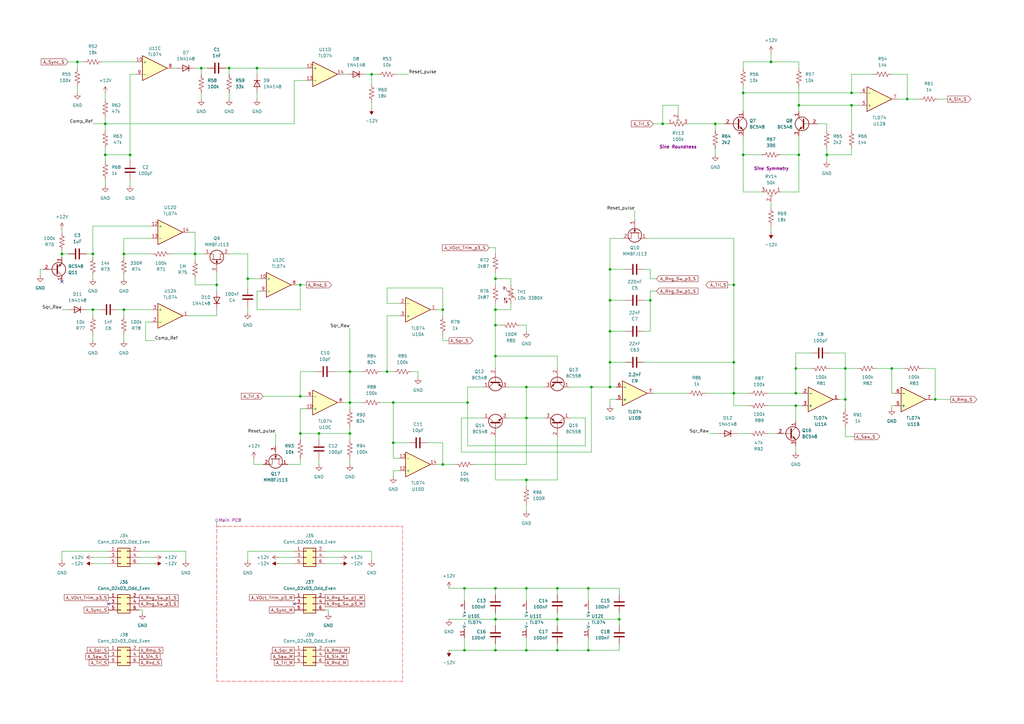
<source format=kicad_sch>
(kicad_sch (version 20250114) (generator "eeschema") (generator_version "9.0")
  (paper "A3")
  (title_block (company "DMH Instruments") (comment 1 "PCB for 10cm Kosmo format synthesizer module"))
  (junction (at 339.09 63.5))
  (junction (at 215.9 196.85))
  (junction (at 181.61 190.5))
  (junction (at 50.8 127))
  (junction (at 50.8 104.14))
  (junction (at 203.2 254))
  (junction (at 365.76 151.13))
  (junction (at 242.57 158.75))
  (junction (at 191.77 165.1))
  (junction (at 152.4 30.48))
  (junction (at 82.55 27.94))
  (junction (at 203.2 266.7))
  (junction (at 31.75 25.4))
  (junction (at 346.71 151.13))
  (junction (at 250.19 123.19))
  (junction (at 80.01 104.14))
  (junction (at 93.98 27.94))
  (junction (at 349.25 38.1))
  (junction (at 316.23 25.4))
  (junction (at 203.2 146.05))
  (junction (at 161.29 181.61))
  (junction (at 327.66 63.5))
  (junction (at 105.41 27.94))
  (junction (at 38.1 104.14))
  (junction (at 158.75 152.4))
  (junction (at 143.51 165.1))
  (junction (at 300.99 148.59))
  (junction (at 250.19 158.75))
  (junction (at 326.39 151.13))
  (junction (at 53.34 63.5))
  (junction (at 346.71 163.83))
  (junction (at 101.6 114.3))
  (junction (at 228.6 266.7))
  (junction (at 123.19 162.56))
  (junction (at 383.54 163.83))
  (junction (at 161.29 165.1))
  (junction (at 123.19 116.84))
  (junction (at 250.19 148.59))
  (junction (at 372.11 40.64))
  (junction (at 215.9 241.3))
  (junction (at 25.4 104.14))
  (junction (at 250.19 110.49))
  (junction (at 130.81 177.8))
  (junction (at 43.18 50.8))
  (junction (at 143.51 152.4))
  (junction (at 327.66 43.18))
  (junction (at 250.19 135.89))
  (junction (at 228.6 254))
  (junction (at 88.9 116.84))
  (junction (at 266.7 123.19))
  (junction (at 123.19 177.8))
  (junction (at 143.51 177.8))
  (junction (at 326.39 166.37))
  (junction (at 228.6 241.3))
  (junction (at 190.5 241.3))
  (junction (at 300.99 161.29))
  (junction (at 271.78 50.8))
  (junction (at 241.3 266.7))
  (junction (at 304.8 38.1))
  (junction (at 326.39 161.29))
  (junction (at 300.99 116.84))
  (junction (at 181.61 127))
  (junction (at 203.2 133.35))
  (junction (at 215.9 158.75))
  (junction (at 349.25 43.18))
  (junction (at 241.3 241.3))
  (junction (at 254 254))
  (junction (at 293.37 50.8))
  (junction (at 203.2 241.3))
  (junction (at 304.8 63.5))
  (junction (at 203.2 127))
  (junction (at 215.9 266.7))
  (junction (at 38.1 127))
  (junction (at 190.5 266.7))
  (junction (at 43.18 63.5))
  (junction (at 203.2 114.3))
  (junction (at 215.9 171.45))
  (no_connect (at 44.45 247.65))
  (no_connect (at 25.4 115.57))
  (no_connect (at 120.65 247.65))
  (wire (pts (xy 320.04 78.74) (xy 327.66 78.74)))
  (wire (pts (xy 130.81 177.8) (xy 130.81 180.34)))
  (wire (pts (xy 349.25 63.5) (xy 339.09 63.5)))
  (wire (pts (xy 181.61 118.11) (xy 181.61 127)))
  (wire (pts (xy 53.34 30.48) (xy 55.88 30.48)))
  (wire (pts (xy 200.66 101.6) (xy 203.2 101.6)))
  (wire (pts (xy 59.69 132.08) (xy 62.23 132.08)))
  (wire (pts (xy 228.6 254) (xy 228.6 256.54)))
  (wire (pts (xy 233.68 158.75) (xy 242.57 158.75)))
  (wire (pts (xy 77.47 95.25) (xy 80.01 95.25)))
  (wire (pts (xy 215.9 241.3) (xy 228.6 241.3)))
  (wire (pts (xy 346.71 144.78) (xy 346.71 151.13)))
  (wire (pts (xy 190.5 261.62) (xy 190.5 266.7)))
  (wire (pts (xy 43.18 38.1) (xy 43.18 40.64)))
  (wire (pts (xy 335.28 50.8) (xy 339.09 50.8)))
  (wire (pts (xy 123.19 127) (xy 123.19 116.84)))
  (wire (pts (xy 300.99 116.84) (xy 300.99 148.59)))
  (wire (pts (xy 38.1 113.03) (xy 38.1 114.3)))
  (wire (pts (xy 250.19 123.19) (xy 250.19 135.89)))
  (wire (pts (xy 316.23 25.4) (xy 316.23 21.59)))
  (wire (pts (xy 163.83 193.04) (xy 161.29 193.04)))
  (wire (pts (xy 290.83 177.8) (xy 294.64 177.8)))
  (wire (pts (xy 130.81 177.8) (xy 143.51 177.8)))
  (wire (pts (xy 163.83 187.96) (xy 161.29 187.96)))
  (wire (pts (xy 365.76 151.13) (xy 365.76 161.29)))
  (wire (pts (xy 184.15 139.7) (xy 181.61 139.7)))
  (wire (pts (xy 161.29 181.61) (xy 167.64 181.61)))
  (wire (pts (xy 88.9 129.54) (xy 88.9 127)))
  (wire (pts (xy 123.19 167.64) (xy 125.73 167.64)))
  (wire (pts (xy 372.11 30.48) (xy 372.11 40.64)))
  (wire (pts (xy 123.19 177.8) (xy 130.81 177.8)))
  (wire (pts (xy 339.09 63.5) (xy 339.09 66.04)))
  (wire (pts (xy 359.41 151.13) (xy 365.76 151.13)))
  (wire (pts (xy 31.75 25.4) (xy 34.29 25.4)))
  (wire (pts (xy 105.41 30.48) (xy 105.41 27.94)))
  (wire (pts (xy 181.61 129.54) (xy 181.61 127)))
  (wire (pts (xy 152.4 226.06) (xy 152.4 229.87)))
  (wire (pts (xy 304.8 38.1) (xy 349.25 38.1)))
  (wire (pts (xy 304.8 63.5) (xy 312.42 63.5)))
  (wire (pts (xy 213.36 133.35) (xy 215.9 133.35)))
  (wire (pts (xy 205.74 133.35) (xy 203.2 133.35)))
  (wire (pts (xy 293.37 50.8) (xy 297.18 50.8)))
  (wire (pts (xy 191.77 165.1) (xy 191.77 182.88)))
  (wire (pts (xy 152.4 30.48) (xy 152.4 34.29)))
  (wire (pts (xy 314.96 161.29) (xy 326.39 161.29)))
  (wire (pts (xy 43.18 60.96) (xy 43.18 63.5)))
  (wire (pts (xy 143.51 152.4) (xy 143.51 165.1)))
  (wire (pts (xy 228.6 196.85) (xy 228.6 179.07)))
  (wire (pts (xy 281.94 50.8) (xy 293.37 50.8)))
  (wire (pts (xy 264.16 110.49) (xy 266.7 110.49)))
  (wire (pts (xy 184.15 254) (xy 203.2 254)))
  (wire (pts (xy 143.51 175.26) (xy 143.51 177.8)))
  (wire (pts (xy 190.5 241.3) (xy 203.2 241.3)))
  (wire (pts (xy 114.3 228.6) (xy 120.65 228.6)))
  (wire (pts (xy 215.9 196.85) (xy 228.6 196.85)))
  (wire (pts (xy 43.18 48.26) (xy 43.18 50.8)))
  (wire (pts (xy 88.9 116.84) (xy 88.9 119.38)))
  (wire (pts (xy 367.03 166.37) (xy 365.76 166.37)))
  (wire (pts (xy 256.54 110.49) (xy 250.19 110.49)))
  (wire (pts (xy 365.76 166.37) (xy 365.76 167.64)))
  (wire (pts (xy 209.55 116.84) (xy 209.55 114.3)))
  (wire (pts (xy 241.3 246.38) (xy 241.3 241.3)))
  (wire (pts (xy 265.43 97.79) (xy 300.99 97.79)))
  (wire (pts (xy 38.1 137.16) (xy 38.1 139.7)))
  (wire (pts (xy 250.19 148.59) (xy 250.19 158.75)))
  (wire (pts (xy 143.51 177.8) (xy 143.51 180.34)))
  (wire (pts (xy 215.9 196.85) (xy 215.9 199.39)))
  (wire (pts (xy 121.92 116.84) (xy 123.19 116.84)))
  (wire (pts (xy 101.6 114.3) (xy 106.68 114.3)))
  (wire (pts (xy 215.9 190.5) (xy 215.9 171.45)))
  (wire (pts (xy 372.11 40.64) (xy 368.3 40.64)))
  (wire (pts (xy 266.7 114.3) (xy 266.7 110.49)))
  (wire (pts (xy 50.8 104.14) (xy 62.23 104.14)))
  (wire (pts (xy 240.03 171.45) (xy 233.68 171.45)))
  (wire (pts (xy 38.1 92.71) (xy 62.23 92.71)))
  (wire (pts (xy 35.56 104.14) (xy 38.1 104.14)))
  (wire (pts (xy 25.4 104.14) (xy 27.94 104.14)))
  (wire (pts (xy 50.8 127) (xy 50.8 129.54)))
  (wire (pts (xy 62.23 97.79) (xy 50.8 97.79)))
  (wire (pts (xy 256.54 148.59) (xy 250.19 148.59)))
  (wire (pts (xy 43.18 63.5) (xy 53.34 63.5)))
  (wire (pts (xy 203.2 264.16) (xy 203.2 266.7)))
  (wire (pts (xy 241.3 241.3) (xy 254 241.3)))
  (wire (pts (xy 203.2 114.3) (xy 209.55 114.3)))
  (wire (pts (xy 80.01 104.14) (xy 80.01 106.68)))
  (wire (pts (xy 158.75 129.54) (xy 158.75 152.4)))
  (wire (pts (xy 198.12 171.45) (xy 189.23 171.45)))
  (wire (pts (xy 339.09 50.8) (xy 339.09 53.34)))
  (wire (pts (xy 241.3 266.7) (xy 254 266.7)))
  (wire (pts (xy 123.19 177.8) (xy 123.19 180.34)))
  (wire (pts (xy 80.01 116.84) (xy 80.01 114.3)))
  (wire (pts (xy 158.75 124.46) (xy 158.75 118.11)))
  (wire (pts (xy 383.54 163.83) (xy 382.27 163.83)))
  (wire (pts (xy 113.03 177.8) (xy 113.03 182.88)))
  (wire (pts (xy 327.66 43.18) (xy 327.66 45.72)))
  (wire (pts (xy 143.51 134.62) (xy 143.51 152.4)))
  (wire (pts (xy 256.54 123.19) (xy 250.19 123.19)))
  (wire (pts (xy 228.6 251.46) (xy 228.6 254)))
  (wire (pts (xy 107.95 162.56) (xy 123.19 162.56)))
  (wire (pts (xy 203.2 146.05) (xy 203.2 151.13)))
  (wire (pts (xy 101.6 114.3) (xy 101.6 118.11)))
  (wire (pts (xy 242.57 185.42) (xy 242.57 158.75)))
  (wire (pts (xy 123.19 190.5) (xy 123.19 187.96)))
  (wire (pts (xy 326.39 166.37) (xy 326.39 172.72)))
  (wire (pts (xy 80.01 95.25) (xy 80.01 104.14)))
  (wire (pts (xy 241.3 261.62) (xy 241.3 266.7)))
  (wire (pts (xy 228.6 241.3) (xy 228.6 243.84)))
  (wire (pts (xy 129.54 152.4) (xy 123.19 152.4)))
  (wire (pts (xy 50.8 137.16) (xy 50.8 139.7)))
  (wire (pts (xy 304.8 35.56) (xy 304.8 38.1)))
  (wire (pts (xy 250.19 110.49) (xy 250.19 123.19)))
  (wire (pts (xy 38.1 104.14) (xy 38.1 105.41)))
  (wire (pts (xy 161.29 165.1) (xy 191.77 165.1)))
  (wire (pts (xy 304.8 27.94) (xy 304.8 25.4)))
  (wire (pts (xy 152.4 41.91) (xy 152.4 44.45)))
  (wire (pts (xy 203.2 114.3) (xy 203.2 116.84)))
  (wire (pts (xy 203.2 254) (xy 228.6 254)))
  (wire (pts (xy 101.6 104.14) (xy 101.6 114.3)))
  (wire (pts (xy 326.39 182.88) (xy 326.39 185.42)))
  (wire (pts (xy 123.19 167.64) (xy 123.19 177.8)))
  (wire (pts (xy 31.75 35.56) (xy 31.75 38.1)))
  (wire (pts (xy 125.73 33.02) (xy 120.65 33.02)))
  (wire (pts (xy 304.8 25.4) (xy 316.23 25.4)))
  (wire (pts (xy 181.61 190.5) (xy 181.61 181.61)))
  (wire (pts (xy 203.2 251.46) (xy 203.2 254)))
  (wire (pts (xy 300.99 148.59) (xy 300.99 161.29)))
  (wire (pts (xy 240.03 182.88) (xy 240.03 171.45)))
  (wire (pts (xy 43.18 50.8) (xy 120.65 50.8)))
  (wire (pts (xy 101.6 104.14) (xy 93.98 104.14)))
  (wire (pts (xy 59.69 139.7) (xy 63.5 139.7)))
  (wire (pts (xy 53.34 73.66) (xy 53.34 76.2)))
  (wire (pts (xy 191.77 182.88) (xy 240.03 182.88)))
  (wire (pts (xy 271.78 43.18) (xy 271.78 50.8)))
  (wire (pts (xy 162.56 30.48) (xy 167.64 30.48)))
  (wire (pts (xy 278.13 43.18) (xy 271.78 43.18)))
  (wire (pts (xy 266.7 114.3) (xy 269.24 114.3)))
  (wire (pts (xy 260.35 86.36) (xy 260.35 90.17)))
  (wire (pts (xy 179.07 190.5) (xy 181.61 190.5)))
  (wire (pts (xy 82.55 38.1) (xy 82.55 40.64)))
  (wire (pts (xy 215.9 246.38) (xy 215.9 241.3)))
  (wire (pts (xy 316.23 82.55) (xy 316.23 85.09)))
  (wire (pts (xy 304.8 55.88) (xy 304.8 63.5)))
  (wire (pts (xy 215.9 158.75) (xy 223.52 158.75)))
  (wire (pts (xy 76.2 226.06) (xy 57.15 226.06)))
  (wire (pts (xy 215.9 241.3) (xy 203.2 241.3)))
  (wire (pts (xy 340.36 151.13) (xy 346.71 151.13)))
  (wire (pts (xy 189.23 171.45) (xy 189.23 185.42)))
  (wire (pts (xy 203.2 133.35) (xy 203.2 146.05)))
  (wire (pts (xy 93.98 27.94) (xy 93.98 30.48)))
  (wire (pts (xy 203.2 127) (xy 209.55 127)))
  (wire (pts (xy 43.18 73.66) (xy 43.18 76.2)))
  (wire (pts (xy 215.9 266.7) (xy 203.2 266.7)))
  (wire (pts (xy 101.6 125.73) (xy 101.6 128.27)))
  (wire (pts (xy 76.2 229.87) (xy 76.2 226.06)))
  (wire (pts (xy 143.51 187.96) (xy 143.51 190.5)))
  (wire (pts (xy 50.8 97.79) (xy 50.8 104.14)))
  (wire (pts (xy 93.98 27.94) (xy 105.41 27.94)))
  (wire (pts (xy 105.41 127) (xy 123.19 127)))
  (wire (pts (xy 123.19 152.4) (xy 123.19 162.56)))
  (wire (pts (xy 264.16 135.89) (xy 266.7 135.89)))
  (wire (pts (xy 140.97 30.48) (xy 142.24 30.48)))
  (wire (pts (xy 50.8 113.03) (xy 50.8 114.3)))
  (wire (pts (xy 190.5 266.7) (xy 203.2 266.7)))
  (wire (pts (xy 254 251.46) (xy 254 254)))
  (wire (pts (xy 156.21 165.1) (xy 161.29 165.1)))
  (wire (pts (xy 346.71 163.83) (xy 344.17 163.83)))
  (wire (pts (xy 358.14 30.48) (xy 349.25 30.48)))
  (wire (pts (xy 184.15 241.3) (xy 190.5 241.3)))
  (wire (pts (xy 228.6 146.05) (xy 228.6 151.13)))
  (wire (pts (xy 326.39 144.78) (xy 326.39 151.13)))
  (wire (pts (xy 118.11 190.5) (xy 123.19 190.5)))
  (wire (pts (xy 92.71 27.94) (xy 93.98 27.94)))
  (wire (pts (xy 326.39 166.37) (xy 328.93 166.37)))
  (wire (pts (xy 255.27 97.79) (xy 250.19 97.79)))
  (wire (pts (xy 158.75 118.11) (xy 181.61 118.11)))
  (wire (pts (xy 41.91 25.4) (xy 55.88 25.4)))
  (wire (pts (xy 134.62 251.46) (xy 134.62 250.19)))
  (wire (pts (xy 372.11 40.64) (xy 377.19 40.64)))
  (wire (pts (xy 143.51 152.4) (xy 137.16 152.4)))
  (wire (pts (xy 105.41 38.1) (xy 105.41 40.64)))
  (wire (pts (xy 27.94 25.4) (xy 31.75 25.4)))
  (wire (pts (xy 370.84 151.13) (xy 365.76 151.13)))
  (wire (pts (xy 314.96 177.8) (xy 318.77 177.8)))
  (wire (pts (xy 346.71 179.07) (xy 346.71 175.26)))
  (wire (pts (xy 161.29 165.1) (xy 161.29 181.61)))
  (wire (pts (xy 203.2 196.85) (xy 215.9 196.85)))
  (wire (pts (xy 365.76 30.48) (xy 372.11 30.48)))
  (wire (pts (xy 228.6 264.16) (xy 228.6 266.7)))
  (wire (pts (xy 105.41 119.38) (xy 105.41 127)))
  (wire (pts (xy 161.29 193.04) (xy 161.29 195.58)))
  (wire (pts (xy 327.66 43.18) (xy 349.25 43.18)))
  (wire (pts (xy 191.77 158.75) (xy 191.77 165.1)))
  (wire (pts (xy 293.37 60.96) (xy 293.37 63.5)))
  (wire (pts (xy 250.19 97.79) (xy 250.19 110.49)))
  (wire (pts (xy 349.25 38.1) (xy 353.06 38.1)))
  (wire (pts (xy 82.55 27.94) (xy 82.55 30.48)))
  (wire (pts (xy 203.2 179.07) (xy 203.2 196.85)))
  (wire (pts (xy 316.23 92.71) (xy 316.23 95.25)))
  (wire (pts (xy 215.9 261.62) (xy 215.9 266.7)))
  (wire (pts (xy 340.36 144.78) (xy 346.71 144.78)))
  (wire (pts (xy 133.35 228.6) (xy 139.7 228.6)))
  (wire (pts (xy 149.86 30.48) (xy 152.4 30.48)))
  (wire (pts (xy 101.6 229.87) (xy 101.6 226.06)))
  (wire (pts (xy 158.75 129.54) (xy 163.83 129.54)))
  (wire (pts (xy 349.25 43.18) (xy 349.25 53.34)))
  (wire (pts (xy 203.2 146.05) (xy 228.6 146.05)))
  (wire (pts (xy 38.1 231.14) (xy 44.45 231.14)))
  (wire (pts (xy 266.7 119.38) (xy 266.7 123.19)))
  (wire (pts (xy 250.19 135.89) (xy 256.54 135.89)))
  (wire (pts (xy 143.51 165.1) (xy 148.59 165.1)))
  (wire (pts (xy 179.07 127) (xy 181.61 127)))
  (wire (pts (xy 57.15 231.14) (xy 63.5 231.14)))
  (wire (pts (xy 215.9 207.01) (xy 215.9 209.55)))
  (wire (pts (xy 25.4 102.87) (xy 25.4 104.14)))
  (wire (pts (xy 82.55 27.94) (xy 85.09 27.94)))
  (wire (pts (xy 349.25 30.48) (xy 349.25 38.1)))
  (wire (pts (xy 184.15 266.7) (xy 190.5 266.7)))
  (wire (pts (xy 25.4 226.06) (xy 44.45 226.06)))
  (wire (pts (xy 25.4 93.98) (xy 25.4 95.25)))
  (wire (pts (xy 88.9 111.76) (xy 88.9 116.84)))
  (wire (pts (xy 43.18 50.8) (xy 43.18 53.34)))
  (wire (pts (xy 181.61 181.61) (xy 175.26 181.61)))
  (wire (pts (xy 383.54 151.13) (xy 383.54 163.83)))
  (wire (pts (xy 250.19 158.75) (xy 252.73 158.75)))
  (wire (pts (xy 38.1 127) (xy 40.64 127)))
  (wire (pts (xy 278.13 46.99) (xy 278.13 43.18)))
  (wire (pts (xy 156.21 152.4) (xy 158.75 152.4)))
  (wire (pts (xy 106.68 119.38) (xy 105.41 119.38)))
  (wire (pts (xy 161.29 187.96) (xy 161.29 181.61)))
  (wire (pts (xy 123.19 116.84) (xy 125.73 116.84)))
  (wire (pts (xy 327.66 35.56) (xy 327.66 43.18)))
  (wire (pts (xy 77.47 129.54) (xy 88.9 129.54)))
  (wire (pts (xy 339.09 60.96) (xy 339.09 63.5)))
  (wire (pts (xy 346.71 151.13) (xy 351.79 151.13)))
  (wire (pts (xy 254 264.16) (xy 254 266.7)))
  (wire (pts (xy 252.73 163.83) (xy 250.19 163.83)))
  (wire (pts (xy 293.37 50.8) (xy 293.37 53.34)))
  (wire (pts (xy 208.28 171.45) (xy 215.9 171.45)))
  (wire (pts (xy 267.97 50.8) (xy 271.78 50.8)))
  (wire (pts (xy 80.01 27.94) (xy 82.55 27.94)))
  (wire (pts (xy 203.2 127) (xy 203.2 133.35)))
  (wire (pts (xy 326.39 151.13) (xy 326.39 161.29)))
  (wire (pts (xy 16.51 110.49) (xy 16.51 113.03)))
  (wire (pts (xy 203.2 241.3) (xy 203.2 243.84)))
  (wire (pts (xy 53.34 63.5) (xy 53.34 66.04)))
  (wire (pts (xy 38.1 228.6) (xy 44.45 228.6)))
  (wire (pts (xy 215.9 133.35) (xy 215.9 135.89)))
  (wire (pts (xy 50.8 104.14) (xy 50.8 105.41)))
  (wire (pts (xy 264.16 123.19) (xy 266.7 123.19)))
  (wire (pts (xy 50.8 127) (xy 62.23 127)))
  (wire (pts (xy 25.4 104.14) (xy 25.4 105.41)))
  (wire (pts (xy 38.1 92.71) (xy 38.1 104.14)))
  (wire (pts (xy 346.71 167.64) (xy 346.71 163.83)))
  (wire (pts (xy 203.2 101.6) (xy 203.2 104.14)))
  (wire (pts (xy 203.2 124.46) (xy 203.2 127)))
  (wire (pts (xy 327.66 63.5) (xy 327.66 78.74)))
  (wire (pts (xy 181.61 190.5) (xy 186.69 190.5)))
  (wire (pts (xy 289.56 161.29) (xy 300.99 161.29)))
  (wire (pts (xy 57.15 228.6) (xy 63.5 228.6)))
  (wire (pts (xy 215.9 266.7) (xy 228.6 266.7)))
  (wire (pts (xy 143.51 165.1) (xy 143.51 167.64)))
  (wire (pts (xy 69.85 104.14) (xy 80.01 104.14)))
  (wire (pts (xy 120.65 33.02) (xy 120.65 50.8)))
  (wire (pts (xy 16.51 110.49) (xy 17.78 110.49)))
  (wire (pts (xy 250.19 135.89) (xy 250.19 148.59)))
  (wire (pts (xy 104.14 190.5) (xy 104.14 187.96)))
  (wire (pts (xy 48.26 127) (xy 50.8 127)))
  (wire (pts (xy 25.4 229.87) (xy 25.4 226.06)))
  (wire (pts (xy 302.26 177.8) (xy 307.34 177.8)))
  (wire (pts (xy 163.83 124.46) (xy 158.75 124.46)))
  (wire (pts (xy 332.74 151.13) (xy 326.39 151.13)))
  (wire (pts (xy 57.15 250.19) (xy 58.42 250.19)))
  (wire (pts (xy 133.35 231.14) (xy 139.7 231.14)))
  (wire (pts (xy 43.18 63.5) (xy 43.18 66.04)))
  (wire (pts (xy 264.16 148.59) (xy 300.99 148.59)))
  (wire (pts (xy 327.66 63.5) (xy 327.66 55.88)))
  (wire (pts (xy 190.5 241.3) (xy 190.5 246.38)))
  (wire (pts (xy 198.12 158.75) (xy 191.77 158.75)))
  (wire (pts (xy 59.69 132.08) (xy 59.69 139.7)))
  (wire (pts (xy 312.42 78.74) (xy 304.8 78.74)))
  (wire (pts (xy 25.4 127) (xy 27.94 127)))
  (wire (pts (xy 266.7 135.89) (xy 266.7 123.19)))
  (wire (pts (xy 148.59 152.4) (xy 143.51 152.4)))
  (wire (pts (xy 266.7 119.38) (xy 269.24 119.38)))
  (wire (pts (xy 71.12 27.94) (xy 72.39 27.94)))
  (wire (pts (xy 189.23 185.42) (xy 242.57 185.42)))
  (wire (pts (xy 228.6 266.7) (xy 241.3 266.7)))
  (wire (pts (xy 300.99 97.79) (xy 300.99 116.84)))
  (wire (pts (xy 228.6 241.3) (xy 241.3 241.3)))
  (wire (pts (xy 38.1 50.8) (xy 43.18 50.8)))
  (wire (pts (xy 209.55 124.46) (xy 209.55 127)))
  (wire (pts (xy 134.62 250.19) (xy 133.35 250.19)))
  (wire (pts (xy 168.91 152.4) (xy 171.45 152.4)))
  (wire (pts (xy 38.1 127) (xy 38.1 129.54)))
  (wire (pts (xy 203.2 111.76) (xy 203.2 114.3)))
  (wire (pts (xy 228.6 254) (xy 254 254)))
  (wire (pts (xy 80.01 116.84) (xy 88.9 116.84)))
  (wire (pts (xy 215.9 171.45) (xy 223.52 171.45)))
  (wire (pts (xy 304.8 38.1) (xy 304.8 45.72)))
  (wire (pts (xy 107.95 190.5) (xy 104.14 190.5)))
  (wire (pts (xy 254 241.3) (xy 254 243.84)))
  (wire (pts (xy 93.98 38.1) (xy 93.98 40.64)))
  (wire (pts (xy 31.75 25.4) (xy 31.75 27.94)))
  (wire (pts (xy 271.78 50.8) (xy 274.32 50.8)))
  (wire (pts (xy 383.54 163.83) (xy 389.89 163.83)))
  (wire (pts (xy 194.31 190.5) (xy 215.9 190.5)))
  (wire (pts (xy 327.66 27.94) (xy 327.66 25.4)))
  (wire (pts (xy 365.76 161.29) (xy 367.03 161.29)))
  (wire (pts (xy 349.25 60.96) (xy 349.25 63.5)))
  (wire (pts (xy 300.99 166.37) (xy 300.99 161.29)))
  (wire (pts (xy 298.45 116.84) (xy 300.99 116.84)))
  (wire (pts (xy 114.3 231.14) (xy 120.65 231.14)))
  (wire (pts (xy 378.46 151.13) (xy 383.54 151.13)))
  (wire (pts (xy 203.2 254) (xy 203.2 256.54)))
  (wire (pts (xy 133.35 226.06) (xy 152.4 226.06)))
  (wire (pts (xy 300.99 161.29) (xy 307.34 161.29)))
  (wire (pts (xy 35.56 127) (xy 38.1 127)))
  (wire (pts (xy 250.19 163.83) (xy 250.19 166.37)))
  (wire (pts (xy 158.75 152.4) (xy 161.29 152.4)))
  (wire (pts (xy 140.97 165.1) (xy 143.51 165.1)))
  (wire (pts (xy 327.66 25.4) (xy 316.23 25.4)))
  (wire (pts (xy 349.25 43.18) (xy 353.06 43.18)))
  (wire (pts (xy 58.42 250.19) (xy 58.42 251.46)))
  (wire (pts (xy 215.9 158.75) (xy 215.9 171.45)))
  (wire (pts (xy 346.71 179.07) (xy 350.52 179.07)))
  (wire (pts (xy 307.34 166.37) (xy 300.99 166.37)))
  (wire (pts (xy 80.01 104.14) (xy 83.82 104.14)))
  (wire (pts (xy 346.71 151.13) (xy 346.71 163.83)))
  (wire (pts (xy 181.61 139.7) (xy 181.61 137.16)))
  (wire (pts (xy 130.81 187.96) (xy 130.81 190.5)))
  (wire (pts (xy 105.41 27.94) (xy 125.73 27.94)))
  (wire (pts (xy 101.6 226.06) (xy 120.65 226.06)))
  (wire (pts (xy 320.04 63.5) (xy 327.66 63.5)))
  (wire (pts (xy 208.28 158.75) (xy 215.9 158.75)))
  (wire (pts (xy 314.96 166.37) (xy 326.39 166.37)))
  (wire (pts (xy 304.8 78.74) (xy 304.8 63.5)))
  (wire (pts (xy 123.19 162.56) (xy 125.73 162.56)))
  (wire (pts (xy 53.34 30.48) (xy 53.34 63.5)))
  (wire (pts (xy 326.39 161.29) (xy 328.93 161.29)))
  (wire (pts (xy 254 254) (xy 254 256.54)))
  (wire (pts (xy 152.4 30.48) (xy 154.94 30.48)))
  (wire (pts (xy 384.81 40.64) (xy 388.62 40.64)))
  (wire (pts (xy 267.97 161.29) (xy 281.94 161.29)))
  (wire (pts (xy 242.57 158.75) (xy 250.19 158.75)))
  (wire (pts (xy 332.74 144.78) (xy 326.39 144.78)))
  (wire (pts (xy 171.45 152.4) (xy 171.45 154.94)))
  (label "Reset_pulse" (at 260.35 86.36 180))
  (label "Sqr_Raw" (at 143.51 134.62 180))
  (label "Sqr_Raw" (at 25.4 127 180))
  (label "Reset_pulse" (at 113.03 177.8 180))
  (label "Reset_pulse" (at 167.64 30.48 0))
  (label "Comp_Ref" (at 38.1 50.8 180))
  (label "Sqr_Raw" (at 290.83 177.8 180))
  (label "Comp_Ref" (at 63.5 139.7 0))
  (global_label "A_Tri_S" (shape input) (at 267.97 50.8 180) (property "Intersheetrefs" "${INTERSHEET_REFS}" (effects (hide yes))))
  (global_label "A_Rng_Sw_p3_S" (shape passive) (at 57.15 247.65 0) (property "Intersheetrefs" "${INTERSHEET_REFS}" (effects (hide yes))))
  (global_label "A_Rng_Sw_p3_S" (shape input) (at 269.24 114.3 0) (property "Intersheetrefs" "${INTERSHEET_REFS}" (effects (hide yes))))
  (global_label "A_Tri_S" (shape input) (at 107.95 162.56 180) (property "Intersheetrefs" "${INTERSHEET_REFS}" (effects (hide yes))))
  (global_label "A_Rnd_S" (shape passive) (at 57.15 271.78 0) (property "Intersheetrefs" "${INTERSHEET_REFS}" (effects (hide yes))))
  (global_label "A_VOct_Trim_p3_M" (shape passive) (at 120.65 245.11 180) (property "Intersheetrefs" "${INTERSHEET_REFS}" (effects (hide yes))))
  (global_label "A_Rmp_S" (shape passive) (at 57.15 266.7 0) (property "Intersheetrefs" "${INTERSHEET_REFS}" (effects (hide yes))))
  (global_label "A_Saw_S" (shape output) (at 350.52 179.07 0) (property "Intersheetrefs" "${INTERSHEET_REFS}" (effects (hide yes))))
  (global_label "A_Rng_Sw_p1_S" (shape passive) (at 57.15 245.11 0) (property "Intersheetrefs" "${INTERSHEET_REFS}" (effects (hide yes))))
  (global_label "A_Rnd_S" (shape output) (at 125.73 116.84 0) (property "Intersheetrefs" "${INTERSHEET_REFS}" (effects (hide yes))))
  (global_label "A_Sqr_M" (shape passive) (at 120.65 266.7 180) (property "Intersheetrefs" "${INTERSHEET_REFS}" (effects (hide yes))))
  (global_label "A_Sync_S" (shape passive) (at 44.45 250.19 180) (property "Intersheetrefs" "${INTERSHEET_REFS}" (effects (hide yes))))
  (global_label "A_Sin_S" (shape output) (at 388.62 40.64 0) (property "Intersheetrefs" "${INTERSHEET_REFS}" (effects (hide yes))))
  (global_label "A_VOct_Trim_p3_S" (shape passive) (at 44.45 245.11 180) (property "Intersheetrefs" "${INTERSHEET_REFS}" (effects (hide yes))))
  (global_label "A_Sync_S" (shape input) (at 27.94 25.4 180) (property "Intersheetrefs" "${INTERSHEET_REFS}" (effects (hide yes))))
  (global_label "A_Tri_S" (shape output) (at 298.45 116.84 180) (property "Intersheetrefs" "${INTERSHEET_REFS}" (effects (hide yes))))
  (global_label "A_Sync_M" (shape passive) (at 120.65 250.19 180) (property "Intersheetrefs" "${INTERSHEET_REFS}" (effects (hide yes))))
  (global_label "A_VOct_Trim_p3_S" (shape input) (at 200.66 101.6 180) (property "Intersheetrefs" "${INTERSHEET_REFS}" (effects (hide yes))))
  (global_label "A_Tri_M" (shape passive) (at 120.65 271.78 180) (property "Intersheetrefs" "${INTERSHEET_REFS}" (effects (hide yes))))
  (global_label "A_Rng_Sw_p3_M" (shape passive) (at 133.35 247.65 0) (property "Intersheetrefs" "${INTERSHEET_REFS}" (effects (hide yes))))
  (global_label "A_Rnd_M" (shape passive) (at 133.35 271.78 0) (property "Intersheetrefs" "${INTERSHEET_REFS}" (effects (hide yes))))
  (global_label "A_Saw_S" (shape passive) (at 44.45 269.24 180) (property "Intersheetrefs" "${INTERSHEET_REFS}" (effects (hide yes))))
  (global_label "A_Tri_S" (shape passive) (at 44.45 271.78 180) (property "Intersheetrefs" "${INTERSHEET_REFS}" (effects (hide yes))))
  (global_label "A_Rng_Sw_p1_M" (shape passive) (at 133.35 245.11 0) (property "Intersheetrefs" "${INTERSHEET_REFS}" (effects (hide yes))))
  (global_label "A_Rmp_M" (shape passive) (at 133.35 266.7 0) (property "Intersheetrefs" "${INTERSHEET_REFS}" (effects (hide yes))))
  (global_label "A_Saw_M" (shape passive) (at 120.65 269.24 180) (property "Intersheetrefs" "${INTERSHEET_REFS}" (effects (hide yes))))
  (global_label "A_Rmp_S" (shape output) (at 389.89 163.83 0) (property "Intersheetrefs" "${INTERSHEET_REFS}" (effects (hide yes))))
  (global_label "A_Sqr_S" (shape output) (at 184.15 139.7 0) (property "Intersheetrefs" "${INTERSHEET_REFS}" (effects (hide yes))))
  (global_label "A_Sin_M" (shape passive) (at 133.35 269.24 0) (property "Intersheetrefs" "${INTERSHEET_REFS}" (effects (hide yes))))
  (global_label "A_Sqr_S" (shape passive) (at 44.45 266.7 180) (property "Intersheetrefs" "${INTERSHEET_REFS}" (effects (hide yes))))
  (global_label "A_Sin_S" (shape passive) (at 57.15 269.24 0) (property "Intersheetrefs" "${INTERSHEET_REFS}" (effects (hide yes))))
  (global_label "A_Rng_Sw_p1_S" (shape input) (at 269.24 119.38 0) (property "Intersheetrefs" "${INTERSHEET_REFS}" (effects (hide yes))))
  (rule_area (polyline (pts (xy 88.9 215.9) (xy 165.1 215.9) (xy 165.1 279.4) (xy 88.9 279.4)) (stroke (width 0) (type dash))))
  (netclass_flag "" (length 2.54) (shape round) (at 88.9 215.9 0) (property "Component Class" "Main PCB" (at 89.5985 213.36 0) (effects (font (italic yes)) (justify left))))
  (symbol (lib_id "Connector_Generic:Conn_02x03_Odd_Even") (at 49.53 228.6 0) (unit 1)
    (property "Reference" "J34" (at 50.8 219.71 0))
    (property "Value" "Conn_02x03_Odd_Even" (at 50.8 222.25 0))
    (property "Footprint" "Connector_PinHeader_2.54mm:PinHeader_2x03_P2.54mm_Horizontal" (effects (hide yes)))
    (property "Description" "Generic connector, double row, 02x03, odd/even pin numbering scheme (row 1 odd numbers, row 2 even numbers), script generated (kicad-library-utils/schlib/autogen/connector/)" (effects (hide yes)))
  )
  (symbol (lib_id "Amplifier_Operational:TL074") (at 243.84 254 0) (unit 5)
    (property "Reference" "U12" (at 242.57 252.7299 0) (effects (justify left)))
    (property "Value" "TL074" (at 242.57 255.2699 0) (effects (justify left)))
    (property "Footprint" "Package_DIP:DIP-14_W7.62mm_Socket" (effects (hide yes)))
    (property "Datasheet" "http://www.ti.com/lit/ds/symlink/tl071.pdf" (effects (hide yes)))
    (property "Description" "Quad Low-Noise JFET-Input Operational Amplifiers, DIP-14/SOIC-14" (effects (hide yes)))
  )
  (symbol (lib_id "power:+12V") (at 38.1 228.6 90) (unit 1)
    (property "Reference" "#PWR084" (effects (hide yes)))
    (property "Value" "+12V" (at 34.29 228.5999 90) (effects (justify left)))
    (property "Description" "Power symbol creates a global label with name \"+12V\"" (effects (hide yes)))
  )
  (symbol (lib_id "Amplifier_Operational:TL074") (at 336.55 163.83 0) (mirror x) (unit 1)
    (property "Reference" "U11" (at 336.55 173.99 0))
    (property "Value" "TL074" (at 336.55 171.45 0))
    (property "Footprint" "Package_DIP:DIP-14_W7.62mm_Socket" (effects (hide yes)))
    (property "Datasheet" "http://www.ti.com/lit/ds/symlink/tl071.pdf" (effects (hide yes)))
    (property "Description" "Quad Low-Noise JFET-Input Operational Amplifiers, DIP-14/SOIC-14" (effects (hide yes)))
  )
  (symbol (lib_id "power:GND") (at 339.09 66.04 0) (unit 1)
    (property "Reference" "#PWR063" (effects (hide yes)))
    (property "Value" "GND" (at 339.09 71.12 0))
    (property "Description" "Power symbol creates a global label with name \"GND\" , ground" (effects (hide yes)))
  )
  (symbol (lib_id "power:GND") (at 101.6 128.27 0) (unit 1)
    (property "Reference" "#PWR071" (effects (hide yes)))
    (property "Value" "GND" (at 101.6 133.35 0))
    (property "Description" "Power symbol creates a global label with name \"GND\" , ground" (effects (hide yes)))
  )
  (symbol (lib_id "Device:R_US") (at 82.55 34.29 0) (unit 1)
    (property "Reference" "R58" (at 85.09 33.0199 0) (effects (justify left)))
    (property "Value" "100k" (at 85.09 35.5599 0) (effects (justify left)))
    (property "Footprint" "Resistor_THT:R_Axial_DIN0207_L6.3mm_D2.5mm_P7.62mm_Horizontal" (effects (hide yes)))
    (property "Description" "Resistor, US symbol" (effects (hide yes)))
  )
  (symbol (lib_id "Device:D") (at 88.9 123.19 270) (mirror x) (unit 1)
    (property "Reference" "D10" (at 86.36 121.9199 90) (effects (justify right)))
    (property "Value" "1N4148" (at 86.36 124.4599 90) (effects (justify right)))
    (property "Footprint" "Diode_THT:D_DO-35_SOD27_P7.62mm_Horizontal" (effects (hide yes)))
    (property "Description" "Diode" (effects (hide yes)))
    (property "Sim.Device" "D" (effects (hide yes)))
    (property "Sim.Pins" "1=K 2=A" (effects (hide yes)))
  )
  (symbol (lib_id "power:-12V") (at 38.1 231.14 90) (unit 1)
    (property "Reference" "#PWR092" (effects (hide yes)))
    (property "Value" "-12V" (at 34.29 231.1399 90) (effects (justify left)))
    (property "Description" "Power symbol creates a global label with name \"-12V\"" (effects (hide yes)))
  )
  (symbol (lib_id "power:GND") (at 50.8 114.3 0) (unit 1)
    (property "Reference" "#PWR070" (effects (hide yes)))
    (property "Value" "GND" (at 50.8 119.38 0))
    (property "Description" "Power symbol creates a global label with name \"GND\" , ground" (effects (hide yes)))
  )
  (symbol (lib_id "Device:R_US") (at 143.51 171.45 0) (unit 1)
    (property "Reference" "R90" (at 146.05 170.1799 0) (effects (justify left)))
    (property "Value" "82k" (at 146.05 172.7199 0) (effects (justify left)))
    (property "Footprint" "Resistor_THT:R_Axial_DIN0207_L6.3mm_D2.5mm_P7.62mm_Horizontal" (effects (hide yes)))
    (property "Description" "Resistor, US symbol" (effects (hide yes)))
  )
  (symbol (lib_id "power:GND") (at 326.39 185.42 0) (unit 1)
    (property "Reference" "#PWR078" (effects (hide yes)))
    (property "Value" "GND" (at 326.39 190.5 0))
    (property "Description" "Power symbol creates a global label with name \"GND\" , ground" (effects (hide yes)))
  )
  (symbol (lib_id "Amplifier_Operational:TL074") (at 133.35 165.1 0) (mirror x) (unit 3)
    (property "Reference" "U10" (at 133.35 175.26 0))
    (property "Value" "TL074" (at 133.35 172.72 0))
    (property "Footprint" "Package_DIP:DIP-14_W7.62mm_Socket" (effects (hide yes)))
    (property "Datasheet" "http://www.ti.com/lit/ds/symlink/tl071.pdf" (effects (hide yes)))
    (property "Description" "Quad Low-Noise JFET-Input Operational Amplifiers, DIP-14/SOIC-14" (effects (hide yes)))
  )
  (symbol (lib_id "power:GND") (at 58.42 251.46 0) (unit 1)
    (property "Reference" "#PWR098" (effects (hide yes)))
    (property "Value" "GND" (at 58.42 256.54 0))
    (property "Description" "Power symbol creates a global label with name \"GND\" , ground" (effects (hide yes)))
  )
  (symbol (lib_id "Device:R_US") (at 66.04 104.14 270) (mirror x) (unit 1)
    (property "Reference" "R71" (at 66.04 110.49 90))
    (property "Value" "100k" (at 66.04 107.95 90))
    (property "Footprint" "Resistor_THT:R_Axial_DIN0207_L6.3mm_D2.5mm_P7.62mm_Horizontal" (effects (hide yes)))
    (property "Description" "Resistor, US symbol" (effects (hide yes)))
  )
  (symbol (lib_id "Device:C") (at 260.35 110.49 90) (mirror x) (unit 1)
    (property "Reference" "C5" (at 260.35 118.11 90))
    (property "Value" "220nF" (at 260.35 115.57 90))
    (property "Footprint" "Capacitor_THT:C_Disc_D4.3mm_W1.9mm_P5.00mm" (effects (hide yes)))
    (property "Description" "Unpolarized capacitor" (effects (hide yes)))
  )
  (symbol (lib_id "power:GND") (at 161.29 195.58 0) (unit 1)
    (property "Reference" "#PWR082" (effects (hide yes)))
    (property "Value" "GND" (at 161.29 200.66 0))
    (property "Description" "Power symbol creates a global label with name \"GND\" , ground" (effects (hide yes)))
  )
  (symbol (lib_id "Device:R_US") (at 374.65 151.13 90) (mirror x) (unit 1)
    (property "Reference" "R83" (at 374.904 157.226 90))
    (property "Value" "100k" (at 374.904 154.686 90))
    (property "Footprint" "Resistor_THT:R_Axial_DIN0207_L6.3mm_D2.5mm_P7.62mm_Horizontal" (effects (hide yes)))
    (property "Description" "Resistor, US symbol" (effects (hide yes)))
  )
  (symbol (lib_id "Device:R_US") (at 38.1 25.4 90) (unit 1)
    (property "Reference" "R52" (at 38.1 19.05 90))
    (property "Value" "18k" (at 38.1 21.59 90))
    (property "Footprint" "Resistor_THT:R_Axial_DIN0207_L6.3mm_D2.5mm_P7.62mm_Horizontal" (effects (hide yes)))
    (property "Description" "Resistor, US symbol" (effects (hide yes)))
  )
  (symbol (lib_id "Device:R_US") (at 311.15 177.8 90) (mirror x) (unit 1)
    (property "Reference" "R92" (at 311.15 184.15 90))
    (property "Value" "47k" (at 311.15 181.61 90))
    (property "Footprint" "Resistor_THT:R_Axial_DIN0207_L6.3mm_D2.5mm_P7.62mm_Horizontal" (effects (hide yes)))
    (property "Description" "Resistor, US symbol" (effects (hide yes)))
  )
  (symbol (lib_id "power:GND") (at 16.51 113.03 0) (unit 1)
    (property "Reference" "#PWR068" (effects (hide yes)))
    (property "Value" "GND" (at 16.51 118.11 0))
    (property "Description" "Power symbol creates a global label with name \"GND\" , ground" (effects (hide yes)))
  )
  (symbol (lib_id "Device:R_US") (at 203.2 120.65 0) (mirror y) (unit 1)
    (property "Reference" "R76" (at 200.66 119.3799 0) (effects (justify left)))
    (property "Value" "2k87" (at 200.66 121.9199 0) (effects (justify left)))
    (property "Footprint" "Resistor_THT:R_Axial_DIN0207_L6.3mm_D2.5mm_P7.62mm_Horizontal" (effects (hide yes)))
    (property "Description" "Resistor, US symbol" (effects (hide yes)))
  )
  (symbol (lib_id "Connector_Generic:Conn_02x03_Odd_Even") (at 125.73 269.24 0) (unit 1)
    (property "Reference" "J39" (at 127 260.35 0))
    (property "Value" "Conn_02x03_Odd_Even" (at 127 262.89 0))
    (property "Footprint" "Connector_PinSocket_2.54mm:PinSocket_2x03_P2.54mm_Vertical" (effects (hide yes)))
    (property "Description" "Generic connector, double row, 02x03, odd/even pin numbering scheme (row 1 odd numbers, row 2 even numbers), script generated (kicad-library-utils/schlib/autogen/connector/)" (effects (hide yes)))
  )
  (symbol (lib_id "power:GND") (at 184.15 254 0) (unit 1)
    (property "Reference" "#PWR0101" (effects (hide yes)))
    (property "Value" "GND" (at 184.15 259.08 0))
    (property "Description" "Power symbol creates a global label with name \"GND\" , ground" (effects (hide yes)))
  )
  (symbol (lib_id "Device:R_US") (at 381 40.64 90) (unit 1)
    (property "Reference" "R61" (at 381 34.29 90))
    (property "Value" "1k" (at 381 36.83 90))
    (property "Footprint" "Resistor_THT:R_Axial_DIN0207_L6.3mm_D2.5mm_P7.62mm_Horizontal" (effects (hide yes)))
    (property "Description" "Resistor, US symbol" (effects (hide yes)))
  )
  (symbol (lib_id "Amplifier_Operational:TL074") (at 69.85 95.25 0) (unit 4)
    (property "Reference" "U12" (at 69.85 85.09 0))
    (property "Value" "TL074" (at 69.85 87.63 0))
    (property "Footprint" "Package_DIP:DIP-14_W7.62mm_Socket" (effects (hide yes)))
    (property "Datasheet" "http://www.ti.com/lit/ds/symlink/tl071.pdf" (effects (hide yes)))
    (property "Description" "Quad Low-Noise JFET-Input Operational Amplifiers, DIP-14/SOIC-14" (effects (hide yes)))
  )
  (symbol (lib_id "Transistor_BJT:BC548") (at 203.2 173.99 90) (unit 1)
    (property "Reference" "Q14" (at 196.85 174.498 90))
    (property "Value" "BC548" (at 196.85 177.038 90))
    (property "Footprint" "Package_TO_SOT_THT:TO-92L_Inline_Wide" (effects (hide yes)))
    (property "Datasheet" "https://www.onsemi.com/pub/Collateral/BC550-D.pdf" (effects (hide yes)))
    (property "Description" "0.1A Ic, 30V Vce, Small Signal NPN Transistor, TO-92" (effects (hide yes)))
    (property "Sim.Device" "NPN" (effects (hide yes)))
    (property "Sim.Pins" "1=C 2=B 3=E" (effects (hide yes)))
  )
  (symbol (lib_id "Device:R_US") (at 355.6 151.13 90) (mirror x) (unit 1)
    (property "Reference" "R82" (at 355.854 157.226 90))
    (property "Value" "100k" (at 355.854 154.686 90))
    (property "Footprint" "Resistor_THT:R_Axial_DIN0207_L6.3mm_D2.5mm_P7.62mm_Horizontal" (effects (hide yes)))
    (property "Description" "Resistor, US symbol" (effects (hide yes)))
  )
  (symbol (lib_id "power:GND") (at 215.9 135.89 0) (unit 1)
    (property "Reference" "#PWR072" (effects (hide yes)))
    (property "Value" "GND" (at 215.9 140.97 0))
    (property "Description" "Power symbol creates a global label with name \"GND\" , ground" (effects (hide yes)))
  )
  (symbol (lib_id "Device:R_US") (at 152.4 165.1 270) (unit 1)
    (property "Reference" "R88" (at 152.4 158.75 90))
    (property "Value" "100k" (at 152.4 161.29 90))
    (property "Footprint" "Resistor_THT:R_Axial_DIN0207_L6.3mm_D2.5mm_P7.62mm_Horizontal" (effects (hide yes)))
    (property "Description" "Resistor, US symbol" (effects (hide yes)))
  )
  (symbol (lib_id "power:GND") (at 215.9 209.55 0) (unit 1)
    (property "Reference" "#PWR083" (effects (hide yes)))
    (property "Value" "GND" (at 215.9 214.63 0))
    (property "Description" "Power symbol creates a global label with name \"GND\" , ground" (effects (hide yes)))
  )
  (symbol (lib_id "Device:R_Potentiometer_Trim_US") (at 316.23 78.74 270) (unit 1)
    (property "Reference" "RV14" (at 316.23 72.39 90))
    (property "Value" "50k" (at 316.23 74.93 90))
    (property "Footprint" "Potentiometer_THT:Potentiometer_Bourns_3296W_Vertical" (effects (hide yes)))
    (property "Function" "Sine Symmetry" (at 316.23 69.088 90) (effects (font (bold yes) (italic yes))))
  )
  (symbol (lib_id "power:GND") (at 152.4 229.87 0) (unit 1)
    (property "Reference" "#PWR091" (effects (hide yes)))
    (property "Value" "GND" (at 152.4 234.95 0))
    (property "Description" "Power symbol creates a global label with name \"GND\" , ground" (effects (hide yes)))
  )
  (symbol (lib_id "Device:R_US") (at 50.8 109.22 0) (mirror y) (unit 1)
    (property "Reference" "R74" (at 55.88 110.49 0))
    (property "Value" "330R" (at 55.88 107.95 0))
    (property "Footprint" "Resistor_THT:R_Axial_DIN0207_L6.3mm_D2.5mm_P7.62mm_Horizontal" (effects (hide yes)))
    (property "Description" "Resistor, US symbol" (effects (hide yes)))
  )
  (symbol (lib_id "power:GND") (at 50.8 139.7 0) (unit 1)
    (property "Reference" "#PWR074" (effects (hide yes)))
    (property "Value" "GND" (at 50.8 144.78 0))
    (property "Description" "Power symbol creates a global label with name \"GND\" , ground" (effects (hide yes)))
  )
  (symbol (lib_id "Device:C") (at 53.34 69.85 0) (mirror x) (unit 1)
    (property "Reference" "C2" (at 59.69 68.58 0))
    (property "Value" "100pF" (at 59.69 71.12 0))
    (property "Footprint" "Capacitor_THT:C_Disc_D4.3mm_W1.9mm_P5.00mm" (effects (hide yes)))
    (property "Description" "Unpolarized capacitor" (effects (hide yes)))
  )
  (symbol (lib_id "Device:R_US") (at 311.15 166.37 90) (mirror x) (unit 1)
    (property "Reference" "R89" (at 311.404 172.466 90))
    (property "Value" "100k" (at 311.404 169.926 90))
    (property "Footprint" "Resistor_THT:R_Axial_DIN0207_L6.3mm_D2.5mm_P7.62mm_Horizontal" (effects (hide yes)))
    (property "Description" "Resistor, US symbol" (effects (hide yes)))
  )
  (symbol (lib_id "Device:C") (at 260.35 135.89 90) (mirror x) (unit 1)
    (property "Reference" "C63" (at 260.35 143.51 90))
    (property "Value" "22nF" (at 260.35 140.97 90))
    (property "Footprint" "Capacitor_THT:C_Disc_D4.3mm_W1.9mm_P5.00mm" (effects (hide yes)))
    (property "Description" "Unpolarized capacitor" (effects (hide yes)))
  )
  (symbol (lib_id "power:GND") (at 43.18 76.2 0) (unit 1)
    (property "Reference" "#PWR064" (effects (hide yes)))
    (property "Value" "GND" (at 43.18 81.28 0))
    (property "Description" "Power symbol creates a global label with name \"GND\" , ground" (effects (hide yes)))
  )
  (symbol (lib_id "Device:R_US") (at 361.95 30.48 90) (unit 1)
    (property "Reference" "R54" (at 361.95 24.13 90))
    (property "Value" "14k" (at 361.95 26.67 90))
    (property "Footprint" "Resistor_THT:R_Axial_DIN0207_L6.3mm_D2.5mm_P7.62mm_Horizontal" (effects (hide yes)))
    (property "Description" "Resistor, US symbol" (effects (hide yes)))
  )
  (symbol (lib_id "Device:R_US") (at 316.23 63.5 90) (unit 1)
    (property "Reference" "R67" (at 316.23 57.15 90))
    (property "Value" "390" (at 316.23 59.69 90))
    (property "Footprint" "Resistor_THT:R_Axial_DIN0207_L6.3mm_D2.5mm_P7.62mm_Horizontal" (effects (hide yes)))
    (property "Description" "Resistor, US symbol" (effects (hide yes)))
  )
  (symbol (lib_id "power:GND") (at 25.4 229.87 0) (unit 1)
    (property "Reference" "#PWR088" (effects (hide yes)))
    (property "Value" "GND" (at 25.4 234.95 0))
    (property "Description" "Power symbol creates a global label with name \"GND\" , ground" (effects (hide yes)))
  )
  (symbol (lib_id "Device:R_US") (at 43.18 57.15 0) (mirror y) (unit 1)
    (property "Reference" "R63" (at 48.26 55.88 0))
    (property "Value" "47k" (at 48.26 58.42 0))
    (property "Footprint" "Resistor_THT:R_Axial_DIN0207_L6.3mm_D2.5mm_P7.62mm_Horizontal" (effects (hide yes)))
    (property "Description" "Resistor, US symbol" (effects (hide yes)))
  )
  (symbol (lib_id "Transistor_FET:MMBFJ113") (at 113.03 187.96 270) (unit 1)
    (property "Reference" "Q17" (at 113.03 194.31 90))
    (property "Value" "MMBFJ113" (at 113.03 196.85 90))
    (property "Footprint" "Package_TO_SOT_THT:TO-92L_Inline" (effects (hide yes)))
    (property "Datasheet" "https://www.onsemi.com/pub/Collateral/MMBFJ113-D.PDF" (effects (hide yes)))
    (property "Description" "2mA min, 35V, 100mOhm max, 0.5-3V Vgs(off), N-Channel JFET, SOT-23" (effects (hide yes)))
  )
  (symbol (lib_id "Device:R_US") (at 158.75 30.48 270) (unit 1)
    (property "Reference" "R53" (at 158.75 24.13 90))
    (property "Value" "10k" (at 158.75 26.67 90))
    (property "Footprint" "Resistor_THT:R_Axial_DIN0207_L6.3mm_D2.5mm_P7.62mm_Horizontal" (effects (hide yes)))
    (property "Description" "Resistor, US symbol" (effects (hide yes)))
  )
  (symbol (lib_id "Device:R_US") (at 190.5 190.5 270) (mirror x) (unit 1)
    (property "Reference" "R95" (at 190.5 196.85 90))
    (property "Value" "10k" (at 190.5 194.31 90))
    (property "Footprint" "Resistor_THT:R_Axial_DIN0207_L6.3mm_D2.5mm_P7.62mm_Horizontal" (effects (hide yes)))
    (property "Description" "Resistor, US symbol" (effects (hide yes)))
  )
  (symbol (lib_id "Device:R_US") (at 346.71 171.45 0) (mirror x) (unit 1)
    (property "Reference" "R91" (at 351.79 170.18 0))
    (property "Value" "1k" (at 351.79 172.72 0))
    (property "Footprint" "Resistor_THT:R_Axial_DIN0207_L6.3mm_D2.5mm_P7.62mm_Horizontal" (effects (hide yes)))
    (property "Description" "Resistor, US symbol" (effects (hide yes)))
  )
  (symbol (lib_id "power:GND") (at 53.34 76.2 0) (mirror y) (unit 1)
    (property "Reference" "#PWR065" (effects (hide yes)))
    (property "Value" "GND" (at 53.34 81.28 0))
    (property "Description" "Power symbol creates a global label with name \"GND\" , ground" (effects (hide yes)))
  )
  (symbol (lib_id "power:-12V") (at 316.23 95.25 180) (unit 1)
    (property "Reference" "#PWR067" (effects (hide yes)))
    (property "Value" "-12V" (at 316.23 100.33 0))
    (property "Description" "Power symbol creates a global label with name \"-12V\"" (effects (hide yes)))
  )
  (symbol (lib_id "Diode:1N4148") (at 105.41 34.29 270) (unit 1)
    (property "Reference" "D9" (at 107.95 33.0199 90) (effects (justify left)))
    (property "Value" "1N4148" (at 107.95 35.5599 90) (effects (justify left)))
    (property "Footprint" "Diode_THT:D_DO-35_SOD27_P7.62mm_Horizontal" (effects (hide yes)))
    (property "Datasheet" "https://assets.nexperia.com/documents/data-sheet/1N4148_1N4448.pdf" (effects (hide yes)))
    (property "Description" "100V 0.15A standard switching diode, DO-35" (effects (hide yes)))
    (property "Sim.Device" "D" (effects (hide yes)))
    (property "Sim.Pins" "1=K 2=A" (effects (hide yes)))
  )
  (symbol (lib_id "Amplifier_Operational:TL074") (at 193.04 254 0) (unit 5)
    (property "Reference" "U10" (at 191.77 252.7299 0) (effects (justify left)))
    (property "Value" "TL074" (at 191.77 255.2699 0) (effects (justify left)))
    (property "Footprint" "Package_DIP:DIP-14_W7.62mm_Socket" (effects (hide yes)))
    (property "Datasheet" "http://www.ti.com/lit/ds/symlink/tl071.pdf" (effects (hide yes)))
    (property "Description" "Quad Low-Noise JFET-Input Operational Amplifiers, DIP-14/SOIC-14" (effects (hide yes)))
  )
  (symbol (lib_id "Transistor_FET:MMBFJ113") (at 260.35 95.25 270) (unit 1)
    (property "Reference" "Q10" (at 260.35 101.6 90))
    (property "Value" "MMBFJ113" (at 260.35 104.14 90))
    (property "Footprint" "Package_TO_SOT_THT:TO-92L_Inline" (effects (hide yes)))
    (property "Datasheet" "https://www.onsemi.com/pub/Collateral/MMBFJ113-D.PDF" (effects (hide yes)))
    (property "Description" "2mA min, 35V, 100mOhm max, 0.5-3V Vgs(off), N-Channel JFET, SOT-23" (effects (hide yes)))
  )
  (symbol (lib_id "Device:R_US") (at 203.2 107.95 0) (mirror y) (unit 1)
    (property "Reference" "R72" (at 200.66 106.6799 0) (effects (justify left)))
    (property "Value" "2k87" (at 200.66 109.2199 0) (effects (justify left)))
    (property "Footprint" "Resistor_THT:R_Axial_DIN0207_L6.3mm_D2.5mm_P7.62mm_Horizontal" (effects (hide yes)))
    (property "Description" "Resistor, US symbol" (effects (hide yes)))
  )
  (symbol (lib_id "Device:R_US") (at 293.37 57.15 0) (unit 1)
    (property "Reference" "R64" (at 295.91 55.8799 0) (effects (justify left)))
    (property "Value" "2k2" (at 295.91 58.4199 0) (effects (justify left)))
    (property "Footprint" "Resistor_THT:R_Axial_DIN0207_L6.3mm_D2.5mm_P7.62mm_Horizontal" (effects (hide yes)))
    (property "Description" "Resistor, US symbol" (effects (hide yes)))
  )
  (symbol (lib_id "Diode:1N4148") (at 76.2 27.94 180) (unit 1)
    (property "Reference" "D7" (at 76.2 21.59 0))
    (property "Value" "1N4148" (at 76.2 24.13 0))
    (property "Footprint" "Diode_THT:D_DO-35_SOD27_P7.62mm_Horizontal" (effects (hide yes)))
    (property "Datasheet" "https://assets.nexperia.com/documents/data-sheet/1N4148_1N4448.pdf" (effects (hide yes)))
    (property "Description" "100V 0.15A standard switching diode, DO-35" (effects (hide yes)))
    (property "Sim.Device" "D" (effects (hide yes)))
    (property "Sim.Pins" "1=K 2=A" (effects (hide yes)))
  )
  (symbol (lib_id "Device:R_US") (at 80.01 110.49 0) (unit 1)
    (property "Reference" "R75" (at 74.93 111.76 0))
    (property "Value" "1M" (at 74.93 109.22 0))
    (property "Footprint" "Resistor_THT:R_Axial_DIN0207_L6.3mm_D2.5mm_P7.62mm_Horizontal" (effects (hide yes)))
    (property "Description" "Resistor, US symbol" (effects (hide yes)))
  )
  (symbol (lib_id "power:GND") (at 82.55 40.64 0) (unit 1)
    (property "Reference" "#PWR058" (effects (hide yes)))
    (property "Value" "GND" (at 82.55 45.72 0))
    (property "Description" "Power symbol creates a global label with name \"GND\" , ground" (effects (hide yes)))
  )
  (symbol (lib_id "Device:R_US") (at 349.25 57.15 0) (unit 1)
    (property "Reference" "R66" (at 351.79 55.8799 0) (effects (justify left)))
    (property "Value" "14k" (at 351.79 58.4199 0) (effects (justify left)))
    (property "Footprint" "Resistor_THT:R_Axial_DIN0207_L6.3mm_D2.5mm_P7.62mm_Horizontal" (effects (hide yes)))
    (property "Description" "Resistor, US symbol" (effects (hide yes)))
  )
  (symbol (lib_id "Transistor_BJT:BC548") (at 203.2 156.21 90) (mirror x) (unit 1)
    (property "Reference" "Q12" (at 196.596 152.4 90))
    (property "Value" "BC548" (at 196.596 154.94 90))
    (property "Footprint" "Package_TO_SOT_THT:TO-92L_Inline_Wide" (effects (hide yes)))
    (property "Datasheet" "https://www.onsemi.com/pub/Collateral/BC550-D.pdf" (effects (hide yes)))
    (property "Description" "0.1A Ic, 30V Vce, Small Signal NPN Transistor, TO-92" (effects (hide yes)))
    (property "Sim.Device" "NPN" (effects (hide yes)))
    (property "Sim.Pins" "1=C 2=B 3=E" (effects (hide yes)))
  )
  (symbol (lib_id "power:-12V") (at 184.15 266.7 180) (unit 1)
    (property "Reference" "#PWR0102" (effects (hide yes)))
    (property "Value" "-12V" (at 184.15 271.78 0))
    (property "Description" "Power symbol creates a global label with name \"-12V\"" (effects (hide yes)))
  )
  (symbol (lib_id "Amplifier_Operational:TL074") (at 133.35 30.48 0) (unit 4)
    (property "Reference" "U11" (at 133.35 20.32 0))
    (property "Value" "TL074" (at 133.35 22.86 0))
    (property "Footprint" "Package_DIP:DIP-14_W7.62mm_Socket" (effects (hide yes)))
    (property "Datasheet" "http://www.ti.com/lit/ds/symlink/tl071.pdf" (effects (hide yes)))
    (property "Description" "Quad Low-Noise JFET-Input Operational Amplifiers, DIP-14/SOIC-14" (effects (hide yes)))
  )
  (symbol (lib_id "Device:R_US") (at 152.4 152.4 270) (unit 1)
    (property "Reference" "R84" (at 152.4 146.05 90))
    (property "Value" "82k" (at 152.4 148.59 90))
    (property "Footprint" "Resistor_THT:R_Axial_DIN0207_L6.3mm_D2.5mm_P7.62mm_Horizontal" (effects (hide yes)))
    (property "Description" "Resistor, US symbol" (effects (hide yes)))
  )
  (symbol (lib_id "Connector_Generic:Conn_02x03_Odd_Even") (at 125.73 228.6 0) (unit 1)
    (property "Reference" "J35" (at 127 219.71 0))
    (property "Value" "Conn_02x03_Odd_Even" (at 127 222.25 0))
    (property "Footprint" "Connector_PinSocket_2.54mm:PinSocket_2x03_P2.54mm_Vertical" (effects (hide yes)))
    (property "Description" "Generic connector, double row, 02x03, odd/even pin numbering scheme (row 1 odd numbers, row 2 even numbers), script generated (kicad-library-utils/schlib/autogen/connector/)" (effects (hide yes)))
  )
  (symbol (lib_id "Device:R_US") (at 93.98 34.29 0) (unit 1)
    (property "Reference" "R59" (at 96.52 33.0199 0) (effects (justify left)))
    (property "Value" "33k" (at 96.52 35.5599 0) (effects (justify left)))
    (property "Footprint" "Resistor_THT:R_Axial_DIN0207_L6.3mm_D2.5mm_P7.62mm_Horizontal" (effects (hide yes)))
    (property "Description" "Resistor, US symbol" (effects (hide yes)))
  )
  (symbol (lib_id "power:+12V") (at 316.23 21.59 0) (unit 1)
    (property "Reference" "#PWR055" (effects (hide yes)))
    (property "Value" "+12V" (at 316.23 16.51 0))
    (property "Description" "Power symbol creates a global label with name \"+12V\"" (effects (hide yes)))
  )
  (symbol (lib_id "power:+12V") (at 104.14 187.96 0) (unit 1)
    (property "Reference" "#PWR079" (effects (hide yes)))
    (property "Value" "+12V" (at 104.14 182.88 0))
    (property "Description" "Power symbol creates a global label with name \"+12V\"" (effects (hide yes)))
  )
  (symbol (lib_id "Device:R_US") (at 285.75 161.29 270) (unit 1)
    (property "Reference" "R86" (at 285.75 154.94 90))
    (property "Value" "1k" (at 285.75 157.48 90))
    (property "Footprint" "Resistor_THT:R_Axial_DIN0207_L6.3mm_D2.5mm_P7.62mm_Horizontal" (effects (hide yes)))
    (property "Description" "Resistor, US symbol" (effects (hide yes)))
  )
  (symbol (lib_id "power:-12V") (at 152.4 44.45 180) (unit 1)
    (property "Reference" "#PWR061" (effects (hide yes)))
    (property "Value" "-12V" (at 152.4 49.53 0))
    (property "Description" "Power symbol creates a global label with name \"-12V\"" (effects (hide yes)))
  )
  (symbol (lib_id "power:GND") (at 134.62 251.46 0) (unit 1)
    (property "Reference" "#PWR0100" (effects (hide yes)))
    (property "Value" "GND" (at 134.62 256.54 0))
    (property "Description" "Power symbol creates a global label with name \"GND\" , ground" (effects (hide yes)))
  )
  (symbol (lib_id "Diode:1N4148") (at 298.45 177.8 180) (unit 1)
    (property "Reference" "D12" (at 298.45 171.45 0))
    (property "Value" "1N4148" (at 298.45 173.99 0))
    (property "Footprint" "Diode_THT:D_DO-35_SOD27_P7.62mm_Horizontal" (effects (hide yes)))
    (property "Datasheet" "https://assets.nexperia.com/documents/data-sheet/1N4148_1N4448.pdf" (effects (hide yes)))
    (property "Description" "100V 0.15A standard switching diode, DO-35" (effects (hide yes)))
    (property "Sim.Device" "D" (effects (hide yes)))
    (property "Sim.Pins" "1=K 2=A" (effects (hide yes)))
  )
  (symbol (lib_id "Connector_Generic:Conn_02x03_Odd_Even") (at 125.73 247.65 0) (unit 1)
    (property "Reference" "J37" (at 127 238.76 0))
    (property "Value" "Conn_02x03_Odd_Even" (at 127 241.3 0))
    (property "Footprint" "Connector_PinSocket_2.54mm:PinSocket_2x03_P2.54mm_Vertical" (effects (hide yes)))
    (property "Description" "Generic connector, double row, 02x03, odd/even pin numbering scheme (row 1 odd numbers, row 2 even numbers), script generated (kicad-library-utils/schlib/autogen/connector/)" (effects (hide yes)))
  )
  (symbol (lib_id "Transistor_BJT:BC548") (at 330.2 50.8 0) (mirror y) (unit 1)
    (property "Reference" "Q8" (at 325.12 49.5299 0) (effects (justify left)))
    (property "Value" "BC548" (at 325.12 52.0699 0) (effects (justify left)))
    (property "Footprint" "Package_TO_SOT_THT:TO-92L_Inline_Wide" (effects (hide yes)))
    (property "Datasheet" "https://www.onsemi.com/pub/Collateral/BC550-D.pdf" (effects (hide yes)))
    (property "Description" "0.1A Ic, 30V Vce, Small Signal NPN Transistor, TO-92" (effects (hide yes)))
  )
  (symbol (lib_id "Transistor_BJT:BC548") (at 22.86 110.49 0) (mirror x) (unit 1)
    (property "Reference" "Q11" (at 27.94 111.7601 0) (effects (justify left)))
    (property "Value" "BC548" (at 27.94 109.2201 0) (effects (justify left)))
    (property "Footprint" "Package_TO_SOT_THT:TO-92L_Inline_Wide" (effects (hide yes)))
    (property "Datasheet" "https://www.onsemi.com/pub/Collateral/BC550-D.pdf" (effects (hide yes)))
    (property "Description" "0.1A Ic, 30V Vce, Small Signal NPN Transistor, TO-92" (effects (hide yes)))
  )
  (symbol (lib_id "power:-12V") (at 139.7 231.14 270) (unit 1)
    (property "Reference" "#PWR095" (effects (hide yes)))
    (property "Value" "-12V" (at 143.51 231.1399 90) (effects (justify left)))
    (property "Description" "Power symbol creates a global label with name \"-12V\"" (effects (hide yes)))
  )
  (symbol (lib_id "Device:C") (at 88.9 27.94 90) (unit 1)
    (property "Reference" "C1" (at 88.9 20.32 90))
    (property "Value" "1nF" (at 88.9 22.86 90))
    (property "Footprint" "Capacitor_THT:C_Disc_D4.3mm_W1.9mm_P5.00mm" (effects (hide yes)))
    (property "Description" "Unpolarized capacitor" (effects (hide yes)))
  )
  (symbol (lib_id "Device:C") (at 228.6 247.65 0) (mirror y) (unit 1)
    (property "Reference" "C14" (at 224.79 246.3799 0) (effects (justify left)))
    (property "Value" "100nF" (at 224.79 248.9199 0) (effects (justify left)))
    (property "Footprint" "Capacitor_THT:C_Disc_D4.3mm_W1.9mm_P5.00mm" (effects (hide yes)))
    (property "Description" "Unpolarized capacitor" (effects (hide yes)))
  )
  (symbol (lib_id "Device:R_US") (at 43.18 44.45 0) (unit 1)
    (property "Reference" "R62" (at 45.72 43.1799 0) (effects (justify left)))
    (property "Value" "47k" (at 45.72 45.7199 0) (effects (justify left)))
    (property "Footprint" "Resistor_THT:R_Axial_DIN0207_L6.3mm_D2.5mm_P7.62mm_Horizontal" (effects (hide yes)))
    (property "Description" "Resistor, US symbol" (effects (hide yes)))
  )
  (symbol (lib_id "power:GND") (at 38.1 139.7 0) (unit 1)
    (property "Reference" "#PWR073" (effects (hide yes)))
    (property "Value" "GND" (at 38.1 144.78 0))
    (property "Description" "Power symbol creates a global label with name \"GND\" , ground" (effects (hide yes)))
  )
  (symbol (lib_id "Device:C") (at 254 260.35 0) (mirror y) (unit 1)
    (property "Reference" "C18" (at 250.19 259.0799 0) (effects (justify left)))
    (property "Value" "100nF" (at 250.19 261.6199 0) (effects (justify left)))
    (property "Footprint" "Capacitor_THT:C_Disc_D4.3mm_W1.9mm_P5.00mm" (effects (hide yes)))
    (property "Description" "Unpolarized capacitor" (effects (hide yes)))
  )
  (symbol (lib_id "Device:R_Potentiometer_Trim_US") (at 278.13 50.8 90) (unit 1)
    (property "Reference" "RV13" (at 278.13 54.61 90))
    (property "Value" "100k" (at 278.13 57.15 90))
    (property "Footprint" "Potentiometer_THT:Potentiometer_Bourns_3296W_Vertical" (effects (hide yes)))
    (property "Function" "Sine Roundness" (at 278.13 60.198 90) (effects (font (bold yes) (italic yes))))
  )
  (symbol (lib_id "Amplifier_Operational:TL074") (at 171.45 190.5 0) (mirror x) (unit 4)
    (property "Reference" "U10" (at 171.45 200.66 0))
    (property "Value" "TL074" (at 171.45 198.12 0))
    (property "Footprint" "Package_DIP:DIP-14_W7.62mm_Socket" (effects (hide yes)))
    (property "Datasheet" "http://www.ti.com/lit/ds/symlink/tl071.pdf" (effects (hide yes)))
    (property "Description" "Quad Low-Noise JFET-Input Operational Amplifiers, DIP-14/SOIC-14" (effects (hide yes)))
  )
  (symbol (lib_id "Device:R_US") (at 316.23 88.9 180) (unit 1)
    (property "Reference" "R69" (at 318.77 87.6299 0) (effects (justify right)))
    (property "Value" "18k" (at 318.77 90.1699 0) (effects (justify right)))
    (property "Footprint" "Resistor_THT:R_Axial_DIN0207_L6.3mm_D2.5mm_P7.62mm_Horizontal" (effects (hide yes)))
    (property "Description" "Resistor, US symbol" (effects (hide yes)))
  )
  (symbol (lib_id "Transistor_BJT:BC558") (at 228.6 173.99 270) (mirror x) (unit 1)
    (property "Reference" "Q15" (at 235.204 174.498 90))
    (property "Value" "BC558" (at 235.204 177.038 90))
    (property "Footprint" "Package_TO_SOT_THT:TO-92L_Inline_Wide" (effects (hide yes)))
    (property "Datasheet" "https://www.onsemi.com/pub/Collateral/BC556BTA-D.pdf" (effects (hide yes)))
    (property "Description" "0.1A Ic, 30V Vce, PNP Small Signal Transistor, TO-92" (effects (hide yes)))
    (property "Sim.Device" "PNP" (effects (hide yes)))
    (property "Sim.Pins" "1=C 2=B 3=E" (effects (hide yes)))
  )
  (symbol (lib_id "Transistor_BJT:BC548") (at 302.26 50.8 0) (unit 1)
    (property "Reference" "Q7" (at 307.34 49.5299 0) (effects (justify left)))
    (property "Value" "BC548" (at 307.34 52.0699 0) (effects (justify left)))
    (property "Footprint" "Package_TO_SOT_THT:TO-92L_Inline_Wide" (effects (hide yes)))
    (property "Datasheet" "https://www.onsemi.com/pub/Collateral/BC550-D.pdf" (effects (hide yes)))
    (property "Description" "0.1A Ic, 30V Vce, Small Signal NPN Transistor, TO-92" (effects (hide yes)))
  )
  (symbol (lib_id "Device:R_US") (at 304.8 31.75 0) (unit 1)
    (property "Reference" "R56" (at 307.34 30.4799 0) (effects (justify left)))
    (property "Value" "10k" (at 307.34 33.0199 0) (effects (justify left)))
    (property "Footprint" "Resistor_THT:R_Axial_DIN0207_L6.3mm_D2.5mm_P7.62mm_Horizontal" (effects (hide yes)))
    (property "Description" "Resistor, US symbol" (effects (hide yes)))
  )
  (symbol (lib_id "Amplifier_Operational:TL074") (at 69.85 129.54 0) (unit 1)
    (property "Reference" "U12" (at 69.85 119.38 0))
    (property "Value" "TL074" (at 69.85 121.92 0))
    (property "Footprint" "Package_DIP:DIP-14_W7.62mm_Socket" (effects (hide yes)))
    (property "Datasheet" "http://www.ti.com/lit/ds/symlink/tl071.pdf" (effects (hide yes)))
    (property "Description" "Quad Low-Noise JFET-Input Operational Amplifiers, DIP-14/SOIC-14" (effects (hide yes)))
  )
  (symbol (lib_id "Amplifier_Operational:TL074") (at 374.65 163.83 0) (mirror x) (unit 2)
    (property "Reference" "U11" (at 374.65 173.99 0))
    (property "Value" "TL074" (at 374.65 171.45 0))
    (property "Footprint" "Package_DIP:DIP-14_W7.62mm_Socket" (effects (hide yes)))
    (property "Datasheet" "http://www.ti.com/lit/ds/symlink/tl071.pdf" (effects (hide yes)))
    (property "Description" "Quad Low-Noise JFET-Input Operational Amplifiers, DIP-14/SOIC-14" (effects (hide yes)))
  )
  (symbol (lib_id "Device:R_US") (at 209.55 133.35 270) (mirror x) (unit 1)
    (property "Reference" "R80" (at 209.55 139.7 90))
    (property "Value" "100R" (at 209.55 137.16 90))
    (property "Footprint" "Resistor_THT:R_Axial_DIN0207_L6.3mm_D2.5mm_P7.62mm_Horizontal" (effects (hide yes)))
    (property "Description" "Resistor, US symbol" (effects (hide yes)))
  )
  (symbol (lib_id "Device:R_US") (at 43.18 69.85 0) (unit 1)
    (property "Reference" "R68" (at 45.72 68.5799 0) (effects (justify left)))
    (property "Value" "1k" (at 45.72 71.1199 0) (effects (justify left)))
    (property "Footprint" "Resistor_THT:R_Axial_DIN0207_L6.3mm_D2.5mm_P7.62mm_Horizontal" (effects (hide yes)))
    (property "Description" "Resistor, US symbol" (effects (hide yes)))
  )
  (symbol (lib_id "power:+12V") (at 43.18 38.1 0) (unit 1)
    (property "Reference" "#PWR057" (effects (hide yes)))
    (property "Value" "+12V" (at 43.18 33.02 0))
    (property "Description" "Power symbol creates a global label with name \"+12V\"" (effects (hide yes)))
  )
  (symbol (lib_id "Transistor_BJT:BC548") (at 323.85 177.8 0) (unit 1)
    (property "Reference" "Q16" (at 328.93 176.5299 0) (effects (justify left)))
    (property "Value" "BC548" (at 328.93 179.0699 0) (effects (justify left)))
    (property "Footprint" "Package_TO_SOT_THT:TO-92L_Inline_Wide" (effects (hide yes)))
    (property "Datasheet" "https://www.onsemi.com/pub/Collateral/BC550-D.pdf" (effects (hide yes)))
    (property "Description" "0.1A Ic, 30V Vce, Small Signal NPN Transistor, TO-92" (effects (hide yes)))
  )
  (symbol (lib_id "Amplifier_Operational:TL074") (at 360.68 40.64 0) (mirror x) (unit 2)
    (property "Reference" "U12" (at 360.68 50.8 0))
    (property "Value" "TL074" (at 360.68 48.26 0))
    (property "Footprint" "Package_DIP:DIP-14_W7.62mm_Socket" (effects (hide yes)))
    (property "Datasheet" "http://www.ti.com/lit/ds/symlink/tl071.pdf" (effects (hide yes)))
    (property "Description" "Quad Low-Noise JFET-Input Operational Amplifiers, DIP-14/SOIC-14" (effects (hide yes)))
  )
  (symbol (lib_id "Device:C") (at 203.2 247.65 0) (mirror y) (unit 1)
    (property "Reference" "C13" (at 199.39 246.3799 0) (effects (justify left)))
    (property "Value" "100nF" (at 199.39 248.9199 0) (effects (justify left)))
    (property "Footprint" "Capacitor_THT:C_Disc_D4.3mm_W1.9mm_P5.00mm" (effects (hide yes)))
    (property "Description" "Unpolarized capacitor" (effects (hide yes)))
  )
  (symbol (lib_id "power:+12V") (at 25.4 93.98 0) (unit 1)
    (property "Reference" "#PWR066" (effects (hide yes)))
    (property "Value" "+12V" (at 25.4 88.9 0))
    (property "Description" "Power symbol creates a global label with name \"+12V\"" (effects (hide yes)))
  )
  (symbol (lib_id "Connector_Generic:Conn_02x03_Odd_Even") (at 49.53 269.24 0) (unit 1)
    (property "Reference" "J38" (at 50.8 260.35 0))
    (property "Value" "Conn_02x03_Odd_Even" (at 50.8 262.89 0))
    (property "Footprint" "Connector_PinHeader_2.54mm:PinHeader_2x03_P2.54mm_Horizontal" (effects (hide yes)))
    (property "Description" "Generic connector, double row, 02x03, odd/even pin numbering scheme (row 1 odd numbers, row 2 even numbers), script generated (kicad-library-utils/schlib/autogen/connector/)" (effects (hide yes)))
  )
  (symbol (lib_id "Device:C") (at 260.35 148.59 90) (mirror x) (unit 1)
    (property "Reference" "C9" (at 260.35 156.21 90))
    (property "Value" "2.2nF" (at 260.35 153.67 90))
    (property "Footprint" "Capacitor_THT:C_Disc_D4.3mm_W1.9mm_P5.00mm" (effects (hide yes)))
    (property "Description" "Unpolarized capacitor" (effects (hide yes)))
  )
  (symbol (lib_id "Device:C") (at 203.2 260.35 0) (mirror y) (unit 1)
    (property "Reference" "C16" (at 199.39 259.0799 0) (effects (justify left)))
    (property "Value" "100nF" (at 199.39 261.6199 0) (effects (justify left)))
    (property "Footprint" "Capacitor_THT:C_Disc_D4.3mm_W1.9mm_P5.00mm" (effects (hide yes)))
    (property "Description" "Unpolarized capacitor" (effects (hide yes)))
  )
  (symbol (lib_id "power:+12V") (at 139.7 228.6 270) (unit 1)
    (property "Reference" "#PWR087" (effects (hide yes)))
    (property "Value" "+12V" (at 143.51 228.5999 90) (effects (justify left)))
    (property "Description" "Power symbol creates a global label with name \"+12V\"" (effects (hide yes)))
  )
  (symbol (lib_id "Device:C") (at 228.6 260.35 0) (mirror y) (unit 1)
    (property "Reference" "C17" (at 224.79 259.0799 0) (effects (justify left)))
    (property "Value" "100nF" (at 224.79 261.6199 0) (effects (justify left)))
    (property "Footprint" "Capacitor_THT:C_Disc_D4.3mm_W1.9mm_P5.00mm" (effects (hide yes)))
    (property "Description" "Unpolarized capacitor" (effects (hide yes)))
  )
  (symbol (lib_id "Device:C") (at 44.45 127 270) (mirror x) (unit 1)
    (property "Reference" "C6" (at 44.45 134.62 90))
    (property "Value" "1nF" (at 44.45 132.08 90))
    (property "Footprint" "Capacitor_THT:C_Disc_D4.3mm_W1.9mm_P5.00mm" (effects (hide yes)))
    (property "Description" "Unpolarized capacitor" (effects (hide yes)))
  )
  (symbol (lib_id "Device:C") (at 336.55 144.78 90) (unit 1)
    (property "Reference" "C8" (at 336.55 137.16 90))
    (property "Value" "100pF" (at 336.55 139.7 90))
    (property "Footprint" "Capacitor_THT:C_Disc_D4.3mm_W1.9mm_P5.00mm" (effects (hide yes)))
    (property "Description" "Unpolarized capacitor" (effects (hide yes)))
  )
  (symbol (lib_id "Device:R_US") (at 38.1 133.35 0) (unit 1)
    (property "Reference" "R77" (at 33.02 134.62 0))
    (property "Value" "10k" (at 33.02 132.08 0))
    (property "Footprint" "Resistor_THT:R_Axial_DIN0207_L6.3mm_D2.5mm_P7.62mm_Horizontal" (effects (hide yes)))
    (property "Description" "Resistor, US symbol" (effects (hide yes)))
  )
  (symbol (lib_id "Device:R_US") (at 143.51 184.15 0) (unit 1)
    (property "Reference" "R94" (at 146.05 182.8799 0) (effects (justify left)))
    (property "Value" "100k" (at 146.05 185.4199 0) (effects (justify left)))
    (property "Footprint" "Resistor_THT:R_Axial_DIN0207_L6.3mm_D2.5mm_P7.62mm_Horizontal" (effects (hide yes)))
    (property "Description" "Resistor, US symbol" (effects (hide yes)))
  )
  (symbol (lib_id "Device:Thermistor_NTC_US") (at 209.55 120.65 0) (unit 1)
    (property "Reference" "TH1" (at 212.09 119.6974 0) (effects (justify left)))
    (property "Value" "10k 3380K" (at 212.09 122.2374 0) (effects (justify left)))
    (property "Footprint" "Resistor_THT:R_Axial_DIN0204_L3.6mm_D1.6mm_P1.90mm_Vertical" (effects (hide yes)))
    (property "Description" "Temperature dependent resistor, negative temperature coefficient, US symbol" (effects (hide yes)))
  )
  (symbol (lib_id "Device:R_US") (at 327.66 31.75 0) (unit 1)
    (property "Reference" "R57" (at 330.2 30.4799 0) (effects (justify left)))
    (property "Value" "10k" (at 330.2 33.0199 0) (effects (justify left)))
    (property "Footprint" "Resistor_THT:R_Axial_DIN0207_L6.3mm_D2.5mm_P7.62mm_Horizontal" (effects (hide yes)))
    (property "Description" "Resistor, US symbol" (effects (hide yes)))
  )
  (symbol (lib_id "power:GND") (at 143.51 190.5 0) (unit 1)
    (property "Reference" "#PWR081" (effects (hide yes)))
    (property "Value" "GND" (at 143.51 195.58 0))
    (property "Description" "Power symbol creates a global label with name \"GND\" , ground" (effects (hide yes)))
  )
  (symbol (lib_id "Device:R_US") (at 38.1 109.22 0) (mirror y) (unit 1)
    (property "Reference" "R73" (at 43.18 110.49 0))
    (property "Value" "14k" (at 43.18 107.95 0))
    (property "Footprint" "Resistor_THT:R_Axial_DIN0207_L6.3mm_D2.5mm_P7.62mm_Horizontal" (effects (hide yes)))
    (property "Description" "Resistor, US symbol" (effects (hide yes)))
  )
  (symbol (lib_id "Connector_Generic:Conn_02x03_Odd_Even") (at 49.53 247.65 0) (unit 1)
    (property "Reference" "J36" (at 50.8 238.76 0))
    (property "Value" "Conn_02x03_Odd_Even" (at 50.8 241.3 0))
    (property "Footprint" "Connector_PinHeader_2.54mm:PinHeader_2x03_P2.54mm_Horizontal" (effects (hide yes)))
    (property "Description" "Generic connector, double row, 02x03, odd/even pin numbering scheme (row 1 odd numbers, row 2 even numbers), script generated (kicad-library-utils/schlib/autogen/connector/)" (effects (hide yes)))
  )
  (symbol (lib_id "Device:C") (at 133.35 152.4 90) (unit 1)
    (property "Reference" "C10" (at 133.35 144.78 90))
    (property "Value" "10pF" (at 133.35 147.32 90))
    (property "Footprint" "Capacitor_THT:C_Disc_D3.0mm_W2.0mm_P2.50mm" (effects (hide yes)))
    (property "Description" "Unpolarized capacitor" (effects (hide yes)))
  )
  (symbol (lib_id "Device:C") (at 101.6 121.92 0) (unit 1)
    (property "Reference" "C4" (at 95.25 123.19 0))
    (property "Value" "100nF" (at 95.25 120.65 0))
    (property "Footprint" "Capacitor_THT:C_Disc_D4.3mm_W1.9mm_P5.00mm" (effects (hide yes)))
    (property "Description" "Unpolarized capacitor" (effects (hide yes)))
  )
  (symbol (lib_id "Amplifier_Operational:TL074") (at 171.45 127 0) (mirror x) (unit 1)
    (property "Reference" "U10" (at 171.45 137.16 0))
    (property "Value" "TL074" (at 171.45 134.62 0))
    (property "Footprint" "Package_DIP:DIP-14_W7.62mm_Socket" (effects (hide yes)))
    (property "Datasheet" "http://www.ti.com/lit/ds/symlink/tl071.pdf" (effects (hide yes)))
    (property "Description" "Quad Low-Noise JFET-Input Operational Amplifiers, DIP-14/SOIC-14" (effects (hide yes)))
  )
  (symbol (lib_id "Device:R_US") (at 215.9 203.2 0) (unit 1)
    (property "Reference" "R96" (at 218.44 201.9299 0) (effects (justify left)))
    (property "Value" "100R" (at 218.44 204.4699 0) (effects (justify left)))
    (property "Footprint" "Resistor_THT:R_Axial_DIN0207_L6.3mm_D2.5mm_P7.62mm_Horizontal" (effects (hide yes)))
    (property "Description" "Resistor, US symbol" (effects (hide yes)))
  )
  (symbol (lib_id "power:GND") (at 31.75 38.1 0) (unit 1)
    (property "Reference" "#PWR056" (effects (hide yes)))
    (property "Value" "GND" (at 31.75 43.18 0))
    (property "Description" "Power symbol creates a global label with name \"GND\" , ground" (effects (hide yes)))
  )
  (symbol (lib_id "Device:C") (at 31.75 104.14 90) (unit 1)
    (property "Reference" "C3" (at 31.75 96.52 90))
    (property "Value" "1uF" (at 31.75 99.06 90))
    (property "Footprint" "Capacitor_THT:C_Disc_D4.3mm_W1.9mm_P5.00mm" (effects (hide yes)))
    (property "Description" "Unpolarized capacitor" (effects (hide yes)))
  )
  (symbol (lib_id "Transistor_FET:MMBFJ113") (at 88.9 106.68 90) (unit 1)
    (property "Reference" "Q9" (at 88.9 97.79 90))
    (property "Value" "MMBFJ113" (at 88.9 100.33 90))
    (property "Footprint" "Package_TO_SOT_THT:TO-92L_Inline" (effects (hide yes)))
    (property "Datasheet" "https://www.onsemi.com/pub/Collateral/MMBFJ113-D.PDF" (effects (hide yes)))
    (property "Description" "2mA min, 35V, 100mOhm max, 0.5-3V Vgs(off), N-Channel JFET, SOT-23" (effects (hide yes)))
  )
  (symbol (lib_id "power:-12V") (at 63.5 231.14 270) (unit 1)
    (property "Reference" "#PWR093" (effects (hide yes)))
    (property "Value" "-12V" (at 67.31 231.1399 90) (effects (justify left)))
    (property "Description" "Power symbol creates a global label with name \"-12V\"" (effects (hide yes)))
  )
  (symbol (lib_id "Device:R_US") (at 339.09 57.15 0) (unit 1)
    (property "Reference" "R65" (at 341.63 55.8799 0) (effects (justify left)))
    (property "Value" "2k2" (at 341.63 58.4199 0) (effects (justify left)))
    (property "Footprint" "Resistor_THT:R_Axial_DIN0207_L6.3mm_D2.5mm_P7.62mm_Horizontal" (effects (hide yes)))
    (property "Description" "Resistor, US symbol" (effects (hide yes)))
  )
  (symbol (lib_id "Device:R_US") (at 25.4 99.06 0) (unit 1)
    (property "Reference" "R70" (at 20.32 100.33 0))
    (property "Value" "100k" (at 20.32 97.79 0))
    (property "Footprint" "Resistor_THT:R_Axial_DIN0207_L6.3mm_D2.5mm_P7.62mm_Horizontal" (effects (hide yes)))
    (property "Description" "Resistor, US symbol" (effects (hide yes)))
  )
  (symbol (lib_id "Device:R_US") (at 165.1 152.4 270) (unit 1)
    (property "Reference" "R85" (at 165.1 146.05 90))
    (property "Value" "100k" (at 165.1 148.59 90))
    (property "Footprint" "Resistor_THT:R_Axial_DIN0207_L6.3mm_D2.5mm_P7.62mm_Horizontal" (effects (hide yes)))
    (property "Description" "Resistor, US symbol" (effects (hide yes)))
  )
  (symbol (lib_id "power:GND") (at 250.19 166.37 0) (unit 1)
    (property "Reference" "#PWR076" (effects (hide yes)))
    (property "Value" "GND" (at 250.19 171.45 0))
    (property "Description" "Power symbol creates a global label with name \"GND\" , ground" (effects (hide yes)))
  )
  (symbol (lib_id "Device:R_US") (at 181.61 133.35 0) (mirror x) (unit 1)
    (property "Reference" "R79" (at 186.69 132.08 0))
    (property "Value" "1k" (at 186.69 134.62 0))
    (property "Footprint" "Resistor_THT:R_Axial_DIN0207_L6.3mm_D2.5mm_P7.62mm_Horizontal" (effects (hide yes)))
    (property "Description" "Resistor, US symbol" (effects (hide yes)))
  )
  (symbol (lib_id "power:GND") (at 293.37 63.5 0) (unit 1)
    (property "Reference" "#PWR062" (effects (hide yes)))
    (property "Value" "GND" (at 293.37 68.58 0))
    (property "Description" "Power symbol creates a global label with name \"GND\" , ground" (effects (hide yes)))
  )
  (symbol (lib_id "power:GND") (at 38.1 114.3 0) (unit 1)
    (property "Reference" "#PWR069" (effects (hide yes)))
    (property "Value" "GND" (at 38.1 119.38 0))
    (property "Description" "Power symbol creates a global label with name \"GND\" , ground" (effects (hide yes)))
  )
  (symbol (lib_id "power:GND") (at 130.81 190.5 0) (unit 1)
    (property "Reference" "#PWR080" (effects (hide yes)))
    (property "Value" "GND" (at 130.81 195.58 0))
    (property "Description" "Power symbol creates a global label with name \"GND\" , ground" (effects (hide yes)))
  )
  (symbol (lib_id "Device:C") (at 130.81 184.15 180) (unit 1)
    (property "Reference" "C12" (at 134.62 182.8799 0) (effects (justify right)))
    (property "Value" "100pF" (at 134.62 185.4199 0) (effects (justify right)))
    (property "Footprint" "Capacitor_THT:C_Disc_D3.0mm_W2.0mm_P2.50mm" (effects (hide yes)))
    (property "Description" "Unpolarized capacitor" (effects (hide yes)))
  )
  (symbol (lib_id "Device:C") (at 171.45 181.61 90) (unit 1)
    (property "Reference" "C11" (at 171.45 173.99 90))
    (property "Value" "10pF" (at 171.45 176.53 90))
    (property "Footprint" "Capacitor_THT:C_Disc_D3.0mm_W2.0mm_P2.50mm" (effects (hide yes)))
    (property "Description" "Unpolarized capacitor" (effects (hide yes)))
  )
  (symbol (lib_id "Amplifier_Operational:TL074") (at 114.3 116.84 0) (unit 3)
    (property "Reference" "U12" (at 114.3 106.68 0))
    (property "Value" "TL074" (at 114.3 109.22 0))
    (property "Footprint" "Package_DIP:DIP-14_W7.62mm_Socket" (effects (hide yes)))
    (property "Datasheet" "http://www.ti.com/lit/ds/symlink/tl071.pdf" (effects (hide yes)))
    (property "Description" "Quad Low-Noise JFET-Input Operational Amplifiers, DIP-14/SOIC-14" (effects (hide yes)))
  )
  (symbol (lib_id "power:GND") (at 76.2 229.87 0) (unit 1)
    (property "Reference" "#PWR089" (effects (hide yes)))
    (property "Value" "GND" (at 76.2 234.95 0))
    (property "Description" "Power symbol creates a global label with name \"GND\" , ground" (effects (hide yes)))
  )
  (symbol (lib_id "power:GND") (at 101.6 229.87 0) (unit 1)
    (property "Reference" "#PWR090" (effects (hide yes)))
    (property "Value" "GND" (at 101.6 234.95 0))
    (property "Description" "Power symbol creates a global label with name \"GND\" , ground" (effects (hide yes)))
  )
  (symbol (lib_id "power:-12V") (at 114.3 231.14 90) (unit 1)
    (property "Reference" "#PWR094" (effects (hide yes)))
    (property "Value" "-12V" (at 110.49 231.1399 90) (effects (justify left)))
    (property "Description" "Power symbol creates a global label with name \"-12V\"" (effects (hide yes)))
  )
  (symbol (lib_id "Device:R_US") (at 31.75 31.75 0) (mirror x) (unit 1)
    (property "Reference" "R55" (at 29.21 30.4799 0) (effects (justify right)))
    (property "Value" "100k" (at 29.21 33.0199 0) (effects (justify right)))
    (property "Footprint" "Resistor_THT:R_Axial_DIN0207_L6.3mm_D2.5mm_P7.62mm_Horizontal" (effects (hide yes)))
    (property "Description" "Resistor, US symbol" (effects (hide yes)))
  )
  (symbol (lib_id "Device:R_US") (at 311.15 161.29 90) (unit 1)
    (property "Reference" "R87" (at 311.404 155.194 90))
    (property "Value" "100k" (at 311.404 157.734 90))
    (property "Footprint" "Resistor_THT:R_Axial_DIN0207_L6.3mm_D2.5mm_P7.62mm_Horizontal" (effects (hide yes)))
    (property "Description" "Resistor, US symbol" (effects (hide yes)))
  )
  (symbol (lib_id "Amplifier_Operational:TL074") (at 260.35 161.29 0) (mirror x) (unit 2)
    (property "Reference" "U10" (at 260.35 171.45 0))
    (property "Value" "TL074" (at 260.35 168.91 0))
    (property "Footprint" "Package_DIP:DIP-14_W7.62mm_Socket" (effects (hide yes)))
    (property "Datasheet" "http://www.ti.com/lit/ds/symlink/tl071.pdf" (effects (hide yes)))
    (property "Description" "Quad Low-Noise JFET-Input Operational Amplifiers, DIP-14/SOIC-14" (effects (hide yes)))
  )
  (symbol (lib_id "power:GND") (at 105.41 40.64 0) (unit 1)
    (property "Reference" "#PWR060" (effects (hide yes)))
    (property "Value" "GND" (at 105.41 45.72 0))
    (property "Description" "Power symbol creates a global label with name \"GND\" , ground" (effects (hide yes)))
  )
  (symbol (lib_id "Device:C") (at 260.35 123.19 90) (mirror x) (unit 1)
    (property "Reference" "C7" (at 260.35 130.81 90))
    (property "Value" "22nF" (at 260.35 128.27 90))
    (property "Footprint" "Capacitor_THT:C_Disc_D4.3mm_W1.9mm_P5.00mm" (effects (hide yes)))
    (property "Description" "Unpolarized capacitor" (effects (hide yes)))
  )
  (symbol (lib_id "power:GND") (at 171.45 154.94 0) (unit 1)
    (property "Reference" "#PWR075" (effects (hide yes)))
    (property "Value" "GND" (at 171.45 160.02 0))
    (property "Description" "Power symbol creates a global label with name \"GND\" , ground" (effects (hide yes)))
  )
  (symbol (lib_id "power:+12V") (at 63.5 228.6 270) (unit 1)
    (property "Reference" "#PWR085" (effects (hide yes)))
    (property "Value" "+12V" (at 67.31 228.5999 90) (effects (justify left)))
    (property "Description" "Power symbol creates a global label with name \"+12V\"" (effects (hide yes)))
  )
  (symbol (lib_id "power:+12V") (at 114.3 228.6 90) (unit 1)
    (property "Reference" "#PWR086" (effects (hide yes)))
    (property "Value" "+12V" (at 110.49 228.5999 90) (effects (justify left)))
    (property "Description" "Power symbol creates a global label with name \"+12V\"" (effects (hide yes)))
  )
  (symbol (lib_id "power:GND") (at 93.98 40.64 0) (unit 1)
    (property "Reference" "#PWR059" (effects (hide yes)))
    (property "Value" "GND" (at 93.98 45.72 0))
    (property "Description" "Power symbol creates a global label with name \"GND\" , ground" (effects (hide yes)))
  )
  (symbol (lib_id "Device:C") (at 254 247.65 0) (mirror y) (unit 1)
    (property "Reference" "C15" (at 250.19 246.3799 0) (effects (justify left)))
    (property "Value" "100nF" (at 250.19 248.9199 0) (effects (justify left)))
    (property "Footprint" "Capacitor_THT:C_Disc_D4.3mm_W1.9mm_P5.00mm" (effects (hide yes)))
    (property "Description" "Unpolarized capacitor" (effects (hide yes)))
  )
  (symbol (lib_id "Transistor_BJT:BC558") (at 228.6 156.21 270) (unit 1)
    (property "Reference" "Q13" (at 235.204 151.638 90))
    (property "Value" "BC558" (at 235.204 154.178 90))
    (property "Footprint" "Package_TO_SOT_THT:TO-92L_Inline_Wide" (effects (hide yes)))
    (property "Datasheet" "https://www.onsemi.com/pub/Collateral/BC556BTA-D.pdf" (effects (hide yes)))
    (property "Description" "0.1A Ic, 30V Vce, PNP Small Signal Transistor, TO-92" (effects (hide yes)))
    (property "Sim.Device" "PNP" (effects (hide yes)))
    (property "Sim.Pins" "1=C 2=B 3=E" (effects (hide yes)))
  )
  (symbol (lib_id "Device:D") (at 31.75 127 180) (unit 1)
    (property "Reference" "D11" (at 31.75 120.65 0))
    (property "Value" "1N4148" (at 31.75 123.19 0))
    (property "Footprint" "Diode_THT:D_DO-35_SOD27_P7.62mm_Horizontal" (effects (hide yes)))
    (property "Description" "Diode" (effects (hide yes)))
    (property "Sim.Device" "D" (effects (hide yes)))
    (property "Sim.Pins" "1=K 2=A" (effects (hide yes)))
  )
  (symbol (lib_id "Device:R_US") (at 336.55 151.13 90) (mirror x) (unit 1)
    (property "Reference" "R81" (at 336.804 157.226 90))
    (property "Value" "100k" (at 336.804 154.686 90))
    (property "Footprint" "Resistor_THT:R_Axial_DIN0207_L6.3mm_D2.5mm_P7.62mm_Horizontal" (effects (hide yes)))
    (property "Description" "Resistor, US symbol" (effects (hide yes)))
  )
  (symbol (lib_id "power:GND") (at 365.76 167.64 0) (unit 1)
    (property "Reference" "#PWR077" (effects (hide yes)))
    (property "Value" "GND" (at 365.76 172.72 0))
    (property "Description" "Power symbol creates a global label with name \"GND\" , ground" (effects (hide yes)))
  )
  (symbol (lib_id "Amplifier_Operational:TL074") (at 63.5 27.94 0) (unit 3)
    (property "Reference" "U11" (at 63.5 19.812 0))
    (property "Value" "TL074" (at 63.5 22.352 0))
    (property "Footprint" "Package_DIP:DIP-14_W7.62mm_Socket" (effects (hide yes)))
    (property "Datasheet" "http://www.ti.com/lit/ds/symlink/tl071.pdf" (effects (hide yes)))
    (property "Description" "Quad Low-Noise JFET-Input Operational Amplifiers, DIP-14/SOIC-14" (effects (hide yes)))
  )
  (symbol (lib_id "Device:R_US") (at 50.8 133.35 0) (mirror y) (unit 1)
    (property "Reference" "R78" (at 55.88 134.62 0))
    (property "Value" "100k" (at 55.88 132.08 0))
    (property "Footprint" "Resistor_THT:R_Axial_DIN0207_L6.3mm_D2.5mm_P7.62mm_Horizontal" (effects (hide yes)))
    (property "Description" "Resistor, US symbol" (effects (hide yes)))
  )
  (symbol (lib_id "Device:R_US") (at 123.19 184.15 0) (mirror y) (unit 1)
    (property "Reference" "R93" (at 120.65 182.8799 0) (effects (justify left)))
    (property "Value" "10k" (at 120.65 185.4199 0) (effects (justify left)))
    (property "Footprint" "Resistor_THT:R_Axial_DIN0207_L6.3mm_D2.5mm_P7.62mm_Horizontal" (effects (hide yes)))
    (property "Description" "Resistor, US symbol" (effects (hide yes)))
  )
  (symbol (lib_id "Amplifier_Operational:TL074") (at 218.44 254 0) (unit 5)
    (property "Reference" "U11" (at 217.17 252.7299 0) (effects (justify left)))
    (property "Value" "TL074" (at 217.17 255.2699 0) (effects (justify left)))
    (property "Footprint" "Package_DIP:DIP-14_W7.62mm_Socket" (effects (hide yes)))
    (property "Datasheet" "http://www.ti.com/lit/ds/symlink/tl071.pdf" (effects (hide yes)))
    (property "Description" "Quad Low-Noise JFET-Input Operational Amplifiers, DIP-14/SOIC-14" (effects (hide yes)))
  )
  (symbol (lib_id "Diode:1N4148") (at 146.05 30.48 180) (unit 1)
    (property "Reference" "D8" (at 146.05 24.13 0))
    (property "Value" "1N4148" (at 146.05 26.67 0))
    (property "Footprint" "Diode_THT:D_DO-35_SOD27_P7.62mm_Horizontal" (effects (hide yes)))
    (property "Datasheet" "https://assets.nexperia.com/documents/data-sheet/1N4148_1N4448.pdf" (effects (hide yes)))
    (property "Description" "100V 0.15A standard switching diode, DO-35" (effects (hide yes)))
    (property "Sim.Device" "D" (effects (hide yes)))
    (property "Sim.Pins" "1=K 2=A" (effects (hide yes)))
  )
  (symbol (lib_id "Device:R_US") (at 152.4 38.1 0) (unit 1)
    (property "Reference" "R60" (at 154.94 36.8299 0) (effects (justify left)))
    (property "Value" "18k" (at 154.94 39.3699 0) (effects (justify left)))
    (property "Footprint" "Resistor_THT:R_Axial_DIN0207_L6.3mm_D2.5mm_P7.62mm_Horizontal" (effects (hide yes)))
    (property "Description" "Resistor, US symbol" (effects (hide yes)))
  )
  (symbol (lib_id "power:+12V") (at 184.15 241.3 0) (unit 1)
    (property "Reference" "#PWR096" (effects (hide yes)))
    (property "Value" "+12V" (at 184.15 236.22 0))
    (property "Description" "Power symbol creates a global label with name \"+12V\"" (effects (hide yes)))
  )
)
</source>
